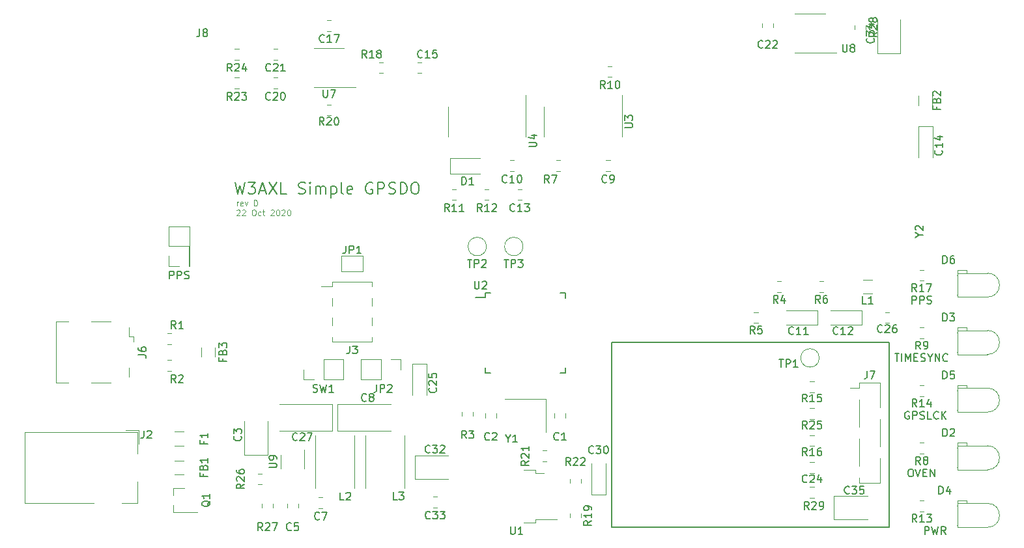
<source format=gbr>
%TF.GenerationSoftware,KiCad,Pcbnew,(5.1.9)-1*%
%TF.CreationDate,2021-10-23T13:08:28-05:00*%
%TF.ProjectId,simple-gpsdo,73696d70-6c65-42d6-9770-73646f2e6b69,C*%
%TF.SameCoordinates,Original*%
%TF.FileFunction,Legend,Top*%
%TF.FilePolarity,Positive*%
%FSLAX46Y46*%
G04 Gerber Fmt 4.6, Leading zero omitted, Abs format (unit mm)*
G04 Created by KiCad (PCBNEW (5.1.9)-1) date 2021-10-23 13:08:28*
%MOMM*%
%LPD*%
G01*
G04 APERTURE LIST*
%ADD10C,0.150000*%
%ADD11C,0.125000*%
%ADD12C,0.200000*%
%ADD13C,0.120000*%
G04 APERTURE END LIST*
D10*
X185261904Y-116202380D02*
X185261904Y-115202380D01*
X185642857Y-115202380D01*
X185738095Y-115250000D01*
X185785714Y-115297619D01*
X185833333Y-115392857D01*
X185833333Y-115535714D01*
X185785714Y-115630952D01*
X185738095Y-115678571D01*
X185642857Y-115726190D01*
X185261904Y-115726190D01*
X186261904Y-116202380D02*
X186261904Y-115202380D01*
X186642857Y-115202380D01*
X186738095Y-115250000D01*
X186785714Y-115297619D01*
X186833333Y-115392857D01*
X186833333Y-115535714D01*
X186785714Y-115630952D01*
X186738095Y-115678571D01*
X186642857Y-115726190D01*
X186261904Y-115726190D01*
X187214285Y-116154761D02*
X187357142Y-116202380D01*
X187595238Y-116202380D01*
X187690476Y-116154761D01*
X187738095Y-116107142D01*
X187785714Y-116011904D01*
X187785714Y-115916666D01*
X187738095Y-115821428D01*
X187690476Y-115773809D01*
X187595238Y-115726190D01*
X187404761Y-115678571D01*
X187309523Y-115630952D01*
X187261904Y-115583333D01*
X187214285Y-115488095D01*
X187214285Y-115392857D01*
X187261904Y-115297619D01*
X187309523Y-115250000D01*
X187404761Y-115202380D01*
X187642857Y-115202380D01*
X187785714Y-115250000D01*
D11*
X97509821Y-103464285D02*
X97509821Y-102964285D01*
X97509821Y-103107142D02*
X97545535Y-103035714D01*
X97581250Y-103000000D01*
X97652678Y-102964285D01*
X97724107Y-102964285D01*
X98259821Y-103428571D02*
X98188392Y-103464285D01*
X98045535Y-103464285D01*
X97974107Y-103428571D01*
X97938392Y-103357142D01*
X97938392Y-103071428D01*
X97974107Y-103000000D01*
X98045535Y-102964285D01*
X98188392Y-102964285D01*
X98259821Y-103000000D01*
X98295535Y-103071428D01*
X98295535Y-103142857D01*
X97938392Y-103214285D01*
X98545535Y-102964285D02*
X98724107Y-103464285D01*
X98902678Y-102964285D01*
X99759821Y-103464285D02*
X99759821Y-102714285D01*
X99938392Y-102714285D01*
X100045535Y-102750000D01*
X100116964Y-102821428D01*
X100152678Y-102892857D01*
X100188392Y-103035714D01*
X100188392Y-103142857D01*
X100152678Y-103285714D01*
X100116964Y-103357142D01*
X100045535Y-103428571D01*
X99938392Y-103464285D01*
X99759821Y-103464285D01*
X97474107Y-104035714D02*
X97509821Y-104000000D01*
X97581250Y-103964285D01*
X97759821Y-103964285D01*
X97831250Y-104000000D01*
X97866964Y-104035714D01*
X97902678Y-104107142D01*
X97902678Y-104178571D01*
X97866964Y-104285714D01*
X97438392Y-104714285D01*
X97902678Y-104714285D01*
X98188392Y-104035714D02*
X98224107Y-104000000D01*
X98295535Y-103964285D01*
X98474107Y-103964285D01*
X98545535Y-104000000D01*
X98581250Y-104035714D01*
X98616964Y-104107142D01*
X98616964Y-104178571D01*
X98581250Y-104285714D01*
X98152678Y-104714285D01*
X98616964Y-104714285D01*
X99652678Y-103964285D02*
X99795535Y-103964285D01*
X99866964Y-104000000D01*
X99938392Y-104071428D01*
X99974107Y-104214285D01*
X99974107Y-104464285D01*
X99938392Y-104607142D01*
X99866964Y-104678571D01*
X99795535Y-104714285D01*
X99652678Y-104714285D01*
X99581250Y-104678571D01*
X99509821Y-104607142D01*
X99474107Y-104464285D01*
X99474107Y-104214285D01*
X99509821Y-104071428D01*
X99581250Y-104000000D01*
X99652678Y-103964285D01*
X100616964Y-104678571D02*
X100545535Y-104714285D01*
X100402678Y-104714285D01*
X100331250Y-104678571D01*
X100295535Y-104642857D01*
X100259821Y-104571428D01*
X100259821Y-104357142D01*
X100295535Y-104285714D01*
X100331250Y-104250000D01*
X100402678Y-104214285D01*
X100545535Y-104214285D01*
X100616964Y-104250000D01*
X100831250Y-104214285D02*
X101116964Y-104214285D01*
X100938392Y-103964285D02*
X100938392Y-104607142D01*
X100974107Y-104678571D01*
X101045535Y-104714285D01*
X101116964Y-104714285D01*
X101902678Y-104035714D02*
X101938392Y-104000000D01*
X102009821Y-103964285D01*
X102188392Y-103964285D01*
X102259821Y-104000000D01*
X102295535Y-104035714D01*
X102331250Y-104107142D01*
X102331250Y-104178571D01*
X102295535Y-104285714D01*
X101866964Y-104714285D01*
X102331250Y-104714285D01*
X102795535Y-103964285D02*
X102866964Y-103964285D01*
X102938392Y-104000000D01*
X102974107Y-104035714D01*
X103009821Y-104107142D01*
X103045535Y-104250000D01*
X103045535Y-104428571D01*
X103009821Y-104571428D01*
X102974107Y-104642857D01*
X102938392Y-104678571D01*
X102866964Y-104714285D01*
X102795535Y-104714285D01*
X102724107Y-104678571D01*
X102688392Y-104642857D01*
X102652678Y-104571428D01*
X102616964Y-104428571D01*
X102616964Y-104250000D01*
X102652678Y-104107142D01*
X102688392Y-104035714D01*
X102724107Y-104000000D01*
X102795535Y-103964285D01*
X103331250Y-104035714D02*
X103366964Y-104000000D01*
X103438392Y-103964285D01*
X103616964Y-103964285D01*
X103688392Y-104000000D01*
X103724107Y-104035714D01*
X103759821Y-104107142D01*
X103759821Y-104178571D01*
X103724107Y-104285714D01*
X103295535Y-104714285D01*
X103759821Y-104714285D01*
X104224107Y-103964285D02*
X104295535Y-103964285D01*
X104366964Y-104000000D01*
X104402678Y-104035714D01*
X104438392Y-104107142D01*
X104474107Y-104250000D01*
X104474107Y-104428571D01*
X104438392Y-104571428D01*
X104402678Y-104642857D01*
X104366964Y-104678571D01*
X104295535Y-104714285D01*
X104224107Y-104714285D01*
X104152678Y-104678571D01*
X104116964Y-104642857D01*
X104081250Y-104571428D01*
X104045535Y-104428571D01*
X104045535Y-104250000D01*
X104081250Y-104107142D01*
X104116964Y-104035714D01*
X104152678Y-104000000D01*
X104224107Y-103964285D01*
D12*
X97250000Y-100428571D02*
X97607142Y-101928571D01*
X97892857Y-100857142D01*
X98178571Y-101928571D01*
X98535714Y-100428571D01*
X98964285Y-100428571D02*
X99892857Y-100428571D01*
X99392857Y-101000000D01*
X99607142Y-101000000D01*
X99750000Y-101071428D01*
X99821428Y-101142857D01*
X99892857Y-101285714D01*
X99892857Y-101642857D01*
X99821428Y-101785714D01*
X99750000Y-101857142D01*
X99607142Y-101928571D01*
X99178571Y-101928571D01*
X99035714Y-101857142D01*
X98964285Y-101785714D01*
X100464285Y-101500000D02*
X101178571Y-101500000D01*
X100321428Y-101928571D02*
X100821428Y-100428571D01*
X101321428Y-101928571D01*
X101678571Y-100428571D02*
X102678571Y-101928571D01*
X102678571Y-100428571D02*
X101678571Y-101928571D01*
X103964285Y-101928571D02*
X103250000Y-101928571D01*
X103250000Y-100428571D01*
X105535714Y-101857142D02*
X105750000Y-101928571D01*
X106107142Y-101928571D01*
X106250000Y-101857142D01*
X106321428Y-101785714D01*
X106392857Y-101642857D01*
X106392857Y-101500000D01*
X106321428Y-101357142D01*
X106250000Y-101285714D01*
X106107142Y-101214285D01*
X105821428Y-101142857D01*
X105678571Y-101071428D01*
X105607142Y-101000000D01*
X105535714Y-100857142D01*
X105535714Y-100714285D01*
X105607142Y-100571428D01*
X105678571Y-100500000D01*
X105821428Y-100428571D01*
X106178571Y-100428571D01*
X106392857Y-100500000D01*
X107035714Y-101928571D02*
X107035714Y-100928571D01*
X107035714Y-100428571D02*
X106964285Y-100500000D01*
X107035714Y-100571428D01*
X107107142Y-100500000D01*
X107035714Y-100428571D01*
X107035714Y-100571428D01*
X107750000Y-101928571D02*
X107750000Y-100928571D01*
X107750000Y-101071428D02*
X107821428Y-101000000D01*
X107964285Y-100928571D01*
X108178571Y-100928571D01*
X108321428Y-101000000D01*
X108392857Y-101142857D01*
X108392857Y-101928571D01*
X108392857Y-101142857D02*
X108464285Y-101000000D01*
X108607142Y-100928571D01*
X108821428Y-100928571D01*
X108964285Y-101000000D01*
X109035714Y-101142857D01*
X109035714Y-101928571D01*
X109750000Y-100928571D02*
X109750000Y-102428571D01*
X109750000Y-101000000D02*
X109892857Y-100928571D01*
X110178571Y-100928571D01*
X110321428Y-101000000D01*
X110392857Y-101071428D01*
X110464285Y-101214285D01*
X110464285Y-101642857D01*
X110392857Y-101785714D01*
X110321428Y-101857142D01*
X110178571Y-101928571D01*
X109892857Y-101928571D01*
X109750000Y-101857142D01*
X111321428Y-101928571D02*
X111178571Y-101857142D01*
X111107142Y-101714285D01*
X111107142Y-100428571D01*
X112464285Y-101857142D02*
X112321428Y-101928571D01*
X112035714Y-101928571D01*
X111892857Y-101857142D01*
X111821428Y-101714285D01*
X111821428Y-101142857D01*
X111892857Y-101000000D01*
X112035714Y-100928571D01*
X112321428Y-100928571D01*
X112464285Y-101000000D01*
X112535714Y-101142857D01*
X112535714Y-101285714D01*
X111821428Y-101428571D01*
X115107142Y-100500000D02*
X114964285Y-100428571D01*
X114750000Y-100428571D01*
X114535714Y-100500000D01*
X114392857Y-100642857D01*
X114321428Y-100785714D01*
X114250000Y-101071428D01*
X114250000Y-101285714D01*
X114321428Y-101571428D01*
X114392857Y-101714285D01*
X114535714Y-101857142D01*
X114750000Y-101928571D01*
X114892857Y-101928571D01*
X115107142Y-101857142D01*
X115178571Y-101785714D01*
X115178571Y-101285714D01*
X114892857Y-101285714D01*
X115821428Y-101928571D02*
X115821428Y-100428571D01*
X116392857Y-100428571D01*
X116535714Y-100500000D01*
X116607142Y-100571428D01*
X116678571Y-100714285D01*
X116678571Y-100928571D01*
X116607142Y-101071428D01*
X116535714Y-101142857D01*
X116392857Y-101214285D01*
X115821428Y-101214285D01*
X117250000Y-101857142D02*
X117464285Y-101928571D01*
X117821428Y-101928571D01*
X117964285Y-101857142D01*
X118035714Y-101785714D01*
X118107142Y-101642857D01*
X118107142Y-101500000D01*
X118035714Y-101357142D01*
X117964285Y-101285714D01*
X117821428Y-101214285D01*
X117535714Y-101142857D01*
X117392857Y-101071428D01*
X117321428Y-101000000D01*
X117250000Y-100857142D01*
X117250000Y-100714285D01*
X117321428Y-100571428D01*
X117392857Y-100500000D01*
X117535714Y-100428571D01*
X117892857Y-100428571D01*
X118107142Y-100500000D01*
X118750000Y-101928571D02*
X118750000Y-100428571D01*
X119107142Y-100428571D01*
X119321428Y-100500000D01*
X119464285Y-100642857D01*
X119535714Y-100785714D01*
X119607142Y-101071428D01*
X119607142Y-101285714D01*
X119535714Y-101571428D01*
X119464285Y-101714285D01*
X119321428Y-101857142D01*
X119107142Y-101928571D01*
X118750000Y-101928571D01*
X120535714Y-100428571D02*
X120821428Y-100428571D01*
X120964285Y-100500000D01*
X121107142Y-100642857D01*
X121178571Y-100928571D01*
X121178571Y-101428571D01*
X121107142Y-101714285D01*
X120964285Y-101857142D01*
X120821428Y-101928571D01*
X120535714Y-101928571D01*
X120392857Y-101857142D01*
X120250000Y-101714285D01*
X120178571Y-101428571D01*
X120178571Y-100928571D01*
X120250000Y-100642857D01*
X120392857Y-100500000D01*
X120535714Y-100428571D01*
D10*
X182250000Y-145250000D02*
X182250000Y-121250000D01*
X146250000Y-145250000D02*
X182250000Y-145250000D01*
X146250000Y-121250000D02*
X146250000Y-145250000D01*
X182250000Y-121250000D02*
X146250000Y-121250000D01*
X88761904Y-112952380D02*
X88761904Y-111952380D01*
X89142857Y-111952380D01*
X89238095Y-112000000D01*
X89285714Y-112047619D01*
X89333333Y-112142857D01*
X89333333Y-112285714D01*
X89285714Y-112380952D01*
X89238095Y-112428571D01*
X89142857Y-112476190D01*
X88761904Y-112476190D01*
X89761904Y-112952380D02*
X89761904Y-111952380D01*
X90142857Y-111952380D01*
X90238095Y-112000000D01*
X90285714Y-112047619D01*
X90333333Y-112142857D01*
X90333333Y-112285714D01*
X90285714Y-112380952D01*
X90238095Y-112428571D01*
X90142857Y-112476190D01*
X89761904Y-112476190D01*
X90714285Y-112904761D02*
X90857142Y-112952380D01*
X91095238Y-112952380D01*
X91190476Y-112904761D01*
X91238095Y-112857142D01*
X91285714Y-112761904D01*
X91285714Y-112666666D01*
X91238095Y-112571428D01*
X91190476Y-112523809D01*
X91095238Y-112476190D01*
X90904761Y-112428571D01*
X90809523Y-112380952D01*
X90761904Y-112333333D01*
X90714285Y-112238095D01*
X90714285Y-112142857D01*
X90761904Y-112047619D01*
X90809523Y-112000000D01*
X90904761Y-111952380D01*
X91142857Y-111952380D01*
X91285714Y-112000000D01*
X183023809Y-122702380D02*
X183595238Y-122702380D01*
X183309523Y-123702380D02*
X183309523Y-122702380D01*
X183928571Y-123702380D02*
X183928571Y-122702380D01*
X184404761Y-123702380D02*
X184404761Y-122702380D01*
X184738095Y-123416666D01*
X185071428Y-122702380D01*
X185071428Y-123702380D01*
X185547619Y-123178571D02*
X185880952Y-123178571D01*
X186023809Y-123702380D02*
X185547619Y-123702380D01*
X185547619Y-122702380D01*
X186023809Y-122702380D01*
X186404761Y-123654761D02*
X186547619Y-123702380D01*
X186785714Y-123702380D01*
X186880952Y-123654761D01*
X186928571Y-123607142D01*
X186976190Y-123511904D01*
X186976190Y-123416666D01*
X186928571Y-123321428D01*
X186880952Y-123273809D01*
X186785714Y-123226190D01*
X186595238Y-123178571D01*
X186500000Y-123130952D01*
X186452380Y-123083333D01*
X186404761Y-122988095D01*
X186404761Y-122892857D01*
X186452380Y-122797619D01*
X186500000Y-122750000D01*
X186595238Y-122702380D01*
X186833333Y-122702380D01*
X186976190Y-122750000D01*
X187595238Y-123226190D02*
X187595238Y-123702380D01*
X187261904Y-122702380D02*
X187595238Y-123226190D01*
X187928571Y-122702380D01*
X188261904Y-123702380D02*
X188261904Y-122702380D01*
X188833333Y-123702380D01*
X188833333Y-122702380D01*
X189880952Y-123607142D02*
X189833333Y-123654761D01*
X189690476Y-123702380D01*
X189595238Y-123702380D01*
X189452380Y-123654761D01*
X189357142Y-123559523D01*
X189309523Y-123464285D01*
X189261904Y-123273809D01*
X189261904Y-123130952D01*
X189309523Y-122940476D01*
X189357142Y-122845238D01*
X189452380Y-122750000D01*
X189595238Y-122702380D01*
X189690476Y-122702380D01*
X189833333Y-122750000D01*
X189880952Y-122797619D01*
X184880952Y-130250000D02*
X184785714Y-130202380D01*
X184642857Y-130202380D01*
X184500000Y-130250000D01*
X184404761Y-130345238D01*
X184357142Y-130440476D01*
X184309523Y-130630952D01*
X184309523Y-130773809D01*
X184357142Y-130964285D01*
X184404761Y-131059523D01*
X184500000Y-131154761D01*
X184642857Y-131202380D01*
X184738095Y-131202380D01*
X184880952Y-131154761D01*
X184928571Y-131107142D01*
X184928571Y-130773809D01*
X184738095Y-130773809D01*
X185357142Y-131202380D02*
X185357142Y-130202380D01*
X185738095Y-130202380D01*
X185833333Y-130250000D01*
X185880952Y-130297619D01*
X185928571Y-130392857D01*
X185928571Y-130535714D01*
X185880952Y-130630952D01*
X185833333Y-130678571D01*
X185738095Y-130726190D01*
X185357142Y-130726190D01*
X186309523Y-131154761D02*
X186452380Y-131202380D01*
X186690476Y-131202380D01*
X186785714Y-131154761D01*
X186833333Y-131107142D01*
X186880952Y-131011904D01*
X186880952Y-130916666D01*
X186833333Y-130821428D01*
X186785714Y-130773809D01*
X186690476Y-130726190D01*
X186500000Y-130678571D01*
X186404761Y-130630952D01*
X186357142Y-130583333D01*
X186309523Y-130488095D01*
X186309523Y-130392857D01*
X186357142Y-130297619D01*
X186404761Y-130250000D01*
X186500000Y-130202380D01*
X186738095Y-130202380D01*
X186880952Y-130250000D01*
X187785714Y-131202380D02*
X187309523Y-131202380D01*
X187309523Y-130202380D01*
X188690476Y-131107142D02*
X188642857Y-131154761D01*
X188500000Y-131202380D01*
X188404761Y-131202380D01*
X188261904Y-131154761D01*
X188166666Y-131059523D01*
X188119047Y-130964285D01*
X188071428Y-130773809D01*
X188071428Y-130630952D01*
X188119047Y-130440476D01*
X188166666Y-130345238D01*
X188261904Y-130250000D01*
X188404761Y-130202380D01*
X188500000Y-130202380D01*
X188642857Y-130250000D01*
X188690476Y-130297619D01*
X189119047Y-131202380D02*
X189119047Y-130202380D01*
X189690476Y-131202380D02*
X189261904Y-130630952D01*
X189690476Y-130202380D02*
X189119047Y-130773809D01*
X185000000Y-137702380D02*
X185190476Y-137702380D01*
X185285714Y-137750000D01*
X185380952Y-137845238D01*
X185428571Y-138035714D01*
X185428571Y-138369047D01*
X185380952Y-138559523D01*
X185285714Y-138654761D01*
X185190476Y-138702380D01*
X185000000Y-138702380D01*
X184904761Y-138654761D01*
X184809523Y-138559523D01*
X184761904Y-138369047D01*
X184761904Y-138035714D01*
X184809523Y-137845238D01*
X184904761Y-137750000D01*
X185000000Y-137702380D01*
X185714285Y-137702380D02*
X186047619Y-138702380D01*
X186380952Y-137702380D01*
X186714285Y-138178571D02*
X187047619Y-138178571D01*
X187190476Y-138702380D02*
X186714285Y-138702380D01*
X186714285Y-137702380D01*
X187190476Y-137702380D01*
X187619047Y-138702380D02*
X187619047Y-137702380D01*
X188190476Y-138702380D01*
X188190476Y-137702380D01*
X186916666Y-146202380D02*
X186916666Y-145202380D01*
X187297619Y-145202380D01*
X187392857Y-145250000D01*
X187440476Y-145297619D01*
X187488095Y-145392857D01*
X187488095Y-145535714D01*
X187440476Y-145630952D01*
X187392857Y-145678571D01*
X187297619Y-145726190D01*
X186916666Y-145726190D01*
X187821428Y-145202380D02*
X188059523Y-146202380D01*
X188250000Y-145488095D01*
X188440476Y-146202380D01*
X188678571Y-145202380D01*
X189630952Y-146202380D02*
X189297619Y-145726190D01*
X189059523Y-146202380D02*
X189059523Y-145202380D01*
X189440476Y-145202380D01*
X189535714Y-145250000D01*
X189583333Y-145297619D01*
X189630952Y-145392857D01*
X189630952Y-145535714D01*
X189583333Y-145630952D01*
X189535714Y-145678571D01*
X189440476Y-145726190D01*
X189059523Y-145726190D01*
D13*
%TO.C,U3*%
X137440000Y-92500000D02*
X137440000Y-94450000D01*
X137440000Y-92500000D02*
X137440000Y-90550000D01*
X147560000Y-92500000D02*
X147560000Y-94450000D01*
X147560000Y-92500000D02*
X147560000Y-89050000D01*
%TO.C,C1*%
X138790000Y-131011252D02*
X138790000Y-130488748D01*
X140210000Y-131011252D02*
X140210000Y-130488748D01*
%TO.C,C2*%
X129790000Y-130488748D02*
X129790000Y-131011252D01*
X131210000Y-130488748D02*
X131210000Y-131011252D01*
%TO.C,C9*%
X145488748Y-98960000D02*
X146011252Y-98960000D01*
X145488748Y-97540000D02*
X146011252Y-97540000D01*
%TO.C,C10*%
X132988748Y-97540000D02*
X133511252Y-97540000D01*
X132988748Y-98960000D02*
X133511252Y-98960000D01*
%TO.C,C13*%
X134511252Y-102710000D02*
X133988748Y-102710000D01*
X134511252Y-101290000D02*
X133988748Y-101290000D01*
%TO.C,C15*%
X120988748Y-84790000D02*
X121511252Y-84790000D01*
X120988748Y-86210000D02*
X121511252Y-86210000D01*
%TO.C,C17*%
X109761252Y-79290000D02*
X109238748Y-79290000D01*
X109761252Y-80710000D02*
X109238748Y-80710000D01*
%TO.C,C20*%
X102238748Y-86790000D02*
X102761252Y-86790000D01*
X102238748Y-88210000D02*
X102761252Y-88210000D01*
%TO.C,C21*%
X102238748Y-84460000D02*
X102761252Y-84460000D01*
X102238748Y-83040000D02*
X102761252Y-83040000D01*
%TO.C,D1*%
X125250000Y-97250000D02*
X129150000Y-97250000D01*
X125250000Y-99250000D02*
X129150000Y-99250000D01*
X125250000Y-97250000D02*
X125250000Y-99250000D01*
%TO.C,F1*%
X90602064Y-132840000D02*
X89397936Y-132840000D01*
X90602064Y-134660000D02*
X89397936Y-134660000D01*
%TO.C,J2*%
X84790000Y-132660000D02*
X84790000Y-134400000D01*
X83050000Y-132660000D02*
X84790000Y-132660000D01*
X84550000Y-142100000D02*
X82550000Y-142100000D01*
X84550000Y-139300000D02*
X84550000Y-142100000D01*
X84550000Y-132900000D02*
X84550000Y-135700000D01*
X69950000Y-132900000D02*
X84550000Y-132900000D01*
X69950000Y-142100000D02*
X69950000Y-132900000D01*
X78950000Y-142100000D02*
X69950000Y-142100000D01*
%TO.C,J3*%
X115100000Y-118010000D02*
X115100000Y-119030000D01*
X109900000Y-118010000D02*
X109900000Y-119030000D01*
X115100000Y-115470000D02*
X115100000Y-116490000D01*
X109900000Y-115470000D02*
X109900000Y-116490000D01*
X115100000Y-120550000D02*
X115100000Y-121120000D01*
X109900000Y-120550000D02*
X109900000Y-121120000D01*
X115100000Y-113380000D02*
X115100000Y-113950000D01*
X109900000Y-113380000D02*
X109900000Y-113950000D01*
X108460000Y-113950000D02*
X109900000Y-113950000D01*
X109900000Y-121120000D02*
X115100000Y-121120000D01*
X109900000Y-113380000D02*
X115100000Y-113380000D01*
%TO.C,JP1*%
X111100000Y-110000000D02*
X113900000Y-110000000D01*
X113900000Y-110000000D02*
X113900000Y-112000000D01*
X113900000Y-112000000D02*
X111100000Y-112000000D01*
X111100000Y-112000000D02*
X111100000Y-110000000D01*
%TO.C,R1*%
X89011252Y-121460000D02*
X88488748Y-121460000D01*
X89011252Y-120040000D02*
X88488748Y-120040000D01*
%TO.C,R2*%
X88488748Y-124960000D02*
X89011252Y-124960000D01*
X88488748Y-123540000D02*
X89011252Y-123540000D01*
%TO.C,R3*%
X126790000Y-130761252D02*
X126790000Y-130238748D01*
X128210000Y-130761252D02*
X128210000Y-130238748D01*
%TO.C,R8*%
X186786252Y-135710000D02*
X186263748Y-135710000D01*
X186786252Y-134290000D02*
X186263748Y-134290000D01*
%TO.C,R9*%
X186786252Y-120710000D02*
X186263748Y-120710000D01*
X186786252Y-119290000D02*
X186263748Y-119290000D01*
%TO.C,R11*%
X125488748Y-102710000D02*
X126011252Y-102710000D01*
X125488748Y-101290000D02*
X126011252Y-101290000D01*
%TO.C,R12*%
X129738748Y-101290000D02*
X130261252Y-101290000D01*
X129738748Y-102710000D02*
X130261252Y-102710000D01*
%TO.C,R13*%
X186786252Y-143210000D02*
X186263748Y-143210000D01*
X186786252Y-141790000D02*
X186263748Y-141790000D01*
%TO.C,R14*%
X186786252Y-126790000D02*
X186263748Y-126790000D01*
X186786252Y-128210000D02*
X186263748Y-128210000D01*
%TO.C,R18*%
X115988748Y-84790000D02*
X116511252Y-84790000D01*
X115988748Y-86210000D02*
X116511252Y-86210000D01*
%TO.C,R20*%
X109213748Y-91710000D02*
X109736252Y-91710000D01*
X109213748Y-90290000D02*
X109736252Y-90290000D01*
%TO.C,R23*%
X97238748Y-88210000D02*
X97761252Y-88210000D01*
X97238748Y-86790000D02*
X97761252Y-86790000D01*
%TO.C,R24*%
X97238748Y-83040000D02*
X97761252Y-83040000D01*
X97238748Y-84460000D02*
X97761252Y-84460000D01*
D10*
%TO.C,U2*%
X129825000Y-115400000D02*
X128550000Y-115400000D01*
X140175000Y-114825000D02*
X139500000Y-114825000D01*
X140175000Y-125175000D02*
X139500000Y-125175000D01*
X129825000Y-125175000D02*
X130500000Y-125175000D01*
X129825000Y-114825000D02*
X130500000Y-114825000D01*
X129825000Y-125175000D02*
X129825000Y-124500000D01*
X140175000Y-125175000D02*
X140175000Y-124500000D01*
X140175000Y-114825000D02*
X140175000Y-115500000D01*
X129825000Y-114825000D02*
X129825000Y-115400000D01*
D13*
%TO.C,U4*%
X135060000Y-92500000D02*
X135060000Y-89050000D01*
X135060000Y-92500000D02*
X135060000Y-94450000D01*
X124940000Y-92500000D02*
X124940000Y-90550000D01*
X124940000Y-92500000D02*
X124940000Y-94450000D01*
%TO.C,U7*%
X109500000Y-82940000D02*
X107550000Y-82940000D01*
X109500000Y-82940000D02*
X111450000Y-82940000D01*
X109500000Y-88060000D02*
X107550000Y-88060000D01*
X109500000Y-88060000D02*
X112950000Y-88060000D01*
%TO.C,C5*%
X105460000Y-142761252D02*
X105460000Y-142238748D01*
X104040000Y-142761252D02*
X104040000Y-142238748D01*
%TO.C,C7*%
X108138748Y-142810000D02*
X108661252Y-142810000D01*
X108138748Y-141390000D02*
X108661252Y-141390000D01*
%TO.C,C22*%
X165790000Y-79738748D02*
X165790000Y-80261252D01*
X167210000Y-79738748D02*
X167210000Y-80261252D01*
%TO.C,C24*%
X171988748Y-138210000D02*
X172511252Y-138210000D01*
X171988748Y-136790000D02*
X172511252Y-136790000D01*
%TO.C,C26*%
X182286252Y-118710000D02*
X181763748Y-118710000D01*
X182286252Y-117290000D02*
X181763748Y-117290000D01*
%TO.C,FB1*%
X89397936Y-136590000D02*
X90602064Y-136590000D01*
X89397936Y-138410000D02*
X90602064Y-138410000D01*
%TO.C,FB2*%
X187910000Y-90364564D02*
X187910000Y-89160436D01*
X186090000Y-90364564D02*
X186090000Y-89160436D01*
%TO.C,J7*%
X178420000Y-126490000D02*
X181080000Y-126490000D01*
X181080000Y-126490000D02*
X181080000Y-129700000D01*
X181080000Y-131220000D02*
X181080000Y-134780000D01*
X181080000Y-136300000D02*
X181080000Y-139510000D01*
X178420000Y-139510000D02*
X181080000Y-139510000D01*
X178420000Y-126490000D02*
X178420000Y-127160000D01*
X178420000Y-128680000D02*
X178420000Y-132240000D01*
X178420000Y-133760000D02*
X178420000Y-137320000D01*
X178420000Y-138840000D02*
X178420000Y-139510000D01*
X177210000Y-127160000D02*
X178420000Y-127160000D01*
%TO.C,JP2*%
X113630000Y-123420000D02*
X113630000Y-126080000D01*
X116230000Y-123420000D02*
X113630000Y-123420000D01*
X116230000Y-126080000D02*
X113630000Y-126080000D01*
X116230000Y-123420000D02*
X116230000Y-126080000D01*
X117500000Y-123420000D02*
X118830000Y-123420000D01*
X118830000Y-123420000D02*
X118830000Y-124750000D01*
%TO.C,L1*%
X178910436Y-113090000D02*
X180114564Y-113090000D01*
X178910436Y-114910000D02*
X180114564Y-114910000D01*
%TO.C,R4*%
X168261252Y-114710000D02*
X167738748Y-114710000D01*
X168261252Y-113290000D02*
X167738748Y-113290000D01*
%TO.C,R5*%
X165236252Y-117290000D02*
X164713748Y-117290000D01*
X165236252Y-118710000D02*
X164713748Y-118710000D01*
%TO.C,R6*%
X173761252Y-114710000D02*
X173238748Y-114710000D01*
X173761252Y-113290000D02*
X173238748Y-113290000D01*
%TO.C,R7*%
X139511252Y-97540000D02*
X138988748Y-97540000D01*
X139511252Y-98960000D02*
X138988748Y-98960000D01*
%TO.C,R10*%
X145738748Y-85290000D02*
X146261252Y-85290000D01*
X145738748Y-86710000D02*
X146261252Y-86710000D01*
%TO.C,R15*%
X171988748Y-127710000D02*
X172511252Y-127710000D01*
X171988748Y-126290000D02*
X172511252Y-126290000D01*
%TO.C,R16*%
X171988748Y-134710000D02*
X172511252Y-134710000D01*
X171988748Y-133290000D02*
X172511252Y-133290000D01*
%TO.C,R25*%
X171988748Y-129790000D02*
X172511252Y-129790000D01*
X171988748Y-131210000D02*
X172511252Y-131210000D01*
%TO.C,TP1*%
X173200000Y-123250000D02*
G75*
G03*
X173200000Y-123250000I-1200000J0D01*
G01*
%TO.C,TP2*%
X129950000Y-108750000D02*
G75*
G03*
X129950000Y-108750000I-1200000J0D01*
G01*
%TO.C,TP3*%
X134700000Y-108750000D02*
G75*
G03*
X134700000Y-108750000I-1200000J0D01*
G01*
%TO.C,U8*%
X172000000Y-78440000D02*
X170050000Y-78440000D01*
X172000000Y-78440000D02*
X173950000Y-78440000D01*
X172000000Y-83560000D02*
X170050000Y-83560000D01*
X172000000Y-83560000D02*
X175450000Y-83560000D01*
%TO.C,Y1*%
X137700000Y-132900000D02*
X137700000Y-128600000D01*
X137700000Y-128600000D02*
X132300000Y-128600000D01*
%TO.C,R26*%
X100761252Y-139710000D02*
X100238748Y-139710000D01*
X100761252Y-138290000D02*
X100238748Y-138290000D01*
%TO.C,R27*%
X100790000Y-142238748D02*
X100790000Y-142761252D01*
X102210000Y-142238748D02*
X102210000Y-142761252D01*
%TO.C,U9*%
X103190000Y-135870000D02*
X103190000Y-137630000D01*
X106260000Y-137630000D02*
X106260000Y-135200000D01*
%TO.C,L2*%
X107700000Y-140200000D02*
X107700000Y-133300000D01*
X112800000Y-140200000D02*
X112800000Y-133300000D01*
%TO.C,C33*%
X123511252Y-142710000D02*
X122988748Y-142710000D01*
X123511252Y-141290000D02*
X122988748Y-141290000D01*
%TO.C,L3*%
X114200000Y-140200000D02*
X114200000Y-133300000D01*
X119300000Y-140200000D02*
X119300000Y-133300000D01*
%TO.C,Q1*%
X89240000Y-140170000D02*
X90700000Y-140170000D01*
X89240000Y-143330000D02*
X92400000Y-143330000D01*
X89240000Y-143330000D02*
X89240000Y-142400000D01*
X89240000Y-140170000D02*
X89240000Y-141100000D01*
%TO.C,J1*%
X88670000Y-111330000D02*
X88670000Y-110000000D01*
X90000000Y-111330000D02*
X88670000Y-111330000D01*
X88670000Y-108730000D02*
X88670000Y-106130000D01*
X91270000Y-108730000D02*
X88670000Y-108730000D01*
X91270000Y-111330000D02*
X91270000Y-108730000D01*
X88670000Y-106130000D02*
X91330000Y-106130000D01*
X91270000Y-111330000D02*
X91330000Y-111330000D01*
X91330000Y-111330000D02*
X91330000Y-106130000D01*
%TO.C,R28*%
X179210000Y-80511252D02*
X179210000Y-79988748D01*
X177790000Y-80511252D02*
X177790000Y-79988748D01*
%TO.C,R29*%
X171988748Y-140040000D02*
X172511252Y-140040000D01*
X171988748Y-141460000D02*
X172511252Y-141460000D01*
%TO.C,D2*%
X191080000Y-134960000D02*
X191080000Y-134960000D01*
X191210000Y-134960000D02*
X191080000Y-134960000D01*
X191210000Y-134960000D02*
X191210000Y-134960000D01*
X191080000Y-134960000D02*
X191210000Y-134960000D01*
X191080000Y-137500000D02*
X191080000Y-137500000D01*
X191210000Y-137500000D02*
X191080000Y-137500000D01*
X191210000Y-137500000D02*
X191210000Y-137500000D01*
X191080000Y-137500000D02*
X191210000Y-137500000D01*
X191210000Y-134670000D02*
X191210000Y-134270000D01*
X192330000Y-134670000D02*
X191210000Y-134670000D01*
X192330000Y-134270000D02*
X192330000Y-134670000D01*
X191210000Y-134270000D02*
X192330000Y-134270000D01*
X191210000Y-137790000D02*
X191210000Y-134670000D01*
X191210000Y-134670000D02*
X195070000Y-134670000D01*
X191210000Y-137790000D02*
X195070000Y-137790000D01*
X195070000Y-134670000D02*
G75*
G02*
X195070000Y-137790000I0J-1560000D01*
G01*
%TO.C,D3*%
X191210000Y-122790000D02*
X195070000Y-122790000D01*
X191210000Y-119670000D02*
X195070000Y-119670000D01*
X191210000Y-122790000D02*
X191210000Y-119670000D01*
X191210000Y-119270000D02*
X192330000Y-119270000D01*
X192330000Y-119270000D02*
X192330000Y-119670000D01*
X192330000Y-119670000D02*
X191210000Y-119670000D01*
X191210000Y-119670000D02*
X191210000Y-119270000D01*
X191080000Y-122500000D02*
X191210000Y-122500000D01*
X191210000Y-122500000D02*
X191210000Y-122500000D01*
X191210000Y-122500000D02*
X191080000Y-122500000D01*
X191080000Y-122500000D02*
X191080000Y-122500000D01*
X191080000Y-119960000D02*
X191210000Y-119960000D01*
X191210000Y-119960000D02*
X191210000Y-119960000D01*
X191210000Y-119960000D02*
X191080000Y-119960000D01*
X191080000Y-119960000D02*
X191080000Y-119960000D01*
X195070000Y-119670000D02*
G75*
G02*
X195070000Y-122790000I0J-1560000D01*
G01*
%TO.C,D4*%
X191080000Y-142460000D02*
X191080000Y-142460000D01*
X191210000Y-142460000D02*
X191080000Y-142460000D01*
X191210000Y-142460000D02*
X191210000Y-142460000D01*
X191080000Y-142460000D02*
X191210000Y-142460000D01*
X191080000Y-145000000D02*
X191080000Y-145000000D01*
X191210000Y-145000000D02*
X191080000Y-145000000D01*
X191210000Y-145000000D02*
X191210000Y-145000000D01*
X191080000Y-145000000D02*
X191210000Y-145000000D01*
X191210000Y-142170000D02*
X191210000Y-141770000D01*
X192330000Y-142170000D02*
X191210000Y-142170000D01*
X192330000Y-141770000D02*
X192330000Y-142170000D01*
X191210000Y-141770000D02*
X192330000Y-141770000D01*
X191210000Y-145290000D02*
X191210000Y-142170000D01*
X191210000Y-142170000D02*
X195070000Y-142170000D01*
X191210000Y-145290000D02*
X195070000Y-145290000D01*
X195070000Y-142170000D02*
G75*
G02*
X195070000Y-145290000I0J-1560000D01*
G01*
%TO.C,D5*%
X191210000Y-130290000D02*
X195070000Y-130290000D01*
X191210000Y-127170000D02*
X195070000Y-127170000D01*
X191210000Y-130290000D02*
X191210000Y-127170000D01*
X191210000Y-126770000D02*
X192330000Y-126770000D01*
X192330000Y-126770000D02*
X192330000Y-127170000D01*
X192330000Y-127170000D02*
X191210000Y-127170000D01*
X191210000Y-127170000D02*
X191210000Y-126770000D01*
X191080000Y-130000000D02*
X191210000Y-130000000D01*
X191210000Y-130000000D02*
X191210000Y-130000000D01*
X191210000Y-130000000D02*
X191080000Y-130000000D01*
X191080000Y-130000000D02*
X191080000Y-130000000D01*
X191080000Y-127460000D02*
X191210000Y-127460000D01*
X191210000Y-127460000D02*
X191210000Y-127460000D01*
X191210000Y-127460000D02*
X191080000Y-127460000D01*
X191080000Y-127460000D02*
X191080000Y-127460000D01*
X195070000Y-127170000D02*
G75*
G02*
X195070000Y-130290000I0J-1560000D01*
G01*
%TO.C,FB3*%
X94660000Y-121897936D02*
X94660000Y-123102064D01*
X92840000Y-121897936D02*
X92840000Y-123102064D01*
%TO.C,J6*%
X78550000Y-118540000D02*
X81150000Y-118540000D01*
X81150000Y-126460000D02*
X78550000Y-126460000D01*
X83460000Y-119300000D02*
X83460000Y-120450000D01*
X83460000Y-120450000D02*
X84050000Y-120450000D01*
X84050000Y-120450000D02*
X84050000Y-121150000D01*
X83460000Y-124550000D02*
X83460000Y-125700000D01*
X75650000Y-118540000D02*
X73990000Y-118540000D01*
X73990000Y-118540000D02*
X73990000Y-126460000D01*
X73990000Y-126460000D02*
X75650000Y-126460000D01*
%TO.C,SW1*%
X111370000Y-126080000D02*
X111370000Y-123420000D01*
X108770000Y-126080000D02*
X111370000Y-126080000D01*
X108770000Y-123420000D02*
X111370000Y-123420000D01*
X108770000Y-126080000D02*
X108770000Y-123420000D01*
X107500000Y-126080000D02*
X106170000Y-126080000D01*
X106170000Y-126080000D02*
X106170000Y-124750000D01*
%TO.C,D6*%
X191210000Y-115330000D02*
X195070000Y-115330000D01*
X191210000Y-112210000D02*
X195070000Y-112210000D01*
X191210000Y-115330000D02*
X191210000Y-112210000D01*
X191210000Y-111810000D02*
X192330000Y-111810000D01*
X192330000Y-111810000D02*
X192330000Y-112210000D01*
X192330000Y-112210000D02*
X191210000Y-112210000D01*
X191210000Y-112210000D02*
X191210000Y-111810000D01*
X191080000Y-115040000D02*
X191210000Y-115040000D01*
X191210000Y-115040000D02*
X191210000Y-115040000D01*
X191210000Y-115040000D02*
X191080000Y-115040000D01*
X191080000Y-115040000D02*
X191080000Y-115040000D01*
X191080000Y-112500000D02*
X191210000Y-112500000D01*
X191210000Y-112500000D02*
X191210000Y-112500000D01*
X191210000Y-112500000D02*
X191080000Y-112500000D01*
X191080000Y-112500000D02*
X191080000Y-112500000D01*
X195070000Y-112210000D02*
G75*
G02*
X195070000Y-115330000I0J-1560000D01*
G01*
%TO.C,R17*%
X186761252Y-113210000D02*
X186238748Y-113210000D01*
X186761252Y-111790000D02*
X186238748Y-111790000D01*
%TO.C,C3*%
X98490000Y-131500000D02*
X98490000Y-135885000D01*
X98490000Y-135885000D02*
X101510000Y-135885000D01*
X101510000Y-135885000D02*
X101510000Y-131500000D01*
%TO.C,C8*%
X110565000Y-132710000D02*
X117500000Y-132710000D01*
X110565000Y-129290000D02*
X110565000Y-132710000D01*
X117500000Y-129290000D02*
X110565000Y-129290000D01*
%TO.C,C27*%
X103000000Y-132710000D02*
X109935000Y-132710000D01*
X109935000Y-132710000D02*
X109935000Y-129290000D01*
X109935000Y-129290000D02*
X103000000Y-129290000D01*
%TO.C,C32*%
X125000000Y-135990000D02*
X120615000Y-135990000D01*
X120615000Y-135990000D02*
X120615000Y-139010000D01*
X120615000Y-139010000D02*
X125000000Y-139010000D01*
%TO.C,C34*%
X183760000Y-83635000D02*
X183760000Y-79250000D01*
X180740000Y-83635000D02*
X183760000Y-83635000D01*
X180740000Y-79250000D02*
X180740000Y-83635000D01*
%TO.C,C35*%
X175115000Y-144260000D02*
X179500000Y-144260000D01*
X175115000Y-141240000D02*
X175115000Y-144260000D01*
X179500000Y-141240000D02*
X175115000Y-141240000D01*
%TO.C,C11*%
X172985000Y-117065000D02*
X168900000Y-117065000D01*
X172985000Y-118935000D02*
X172985000Y-117065000D01*
X168900000Y-118935000D02*
X172985000Y-118935000D01*
%TO.C,C12*%
X174675001Y-118935000D02*
X178760001Y-118935000D01*
X178760001Y-118935000D02*
X178760001Y-117065000D01*
X178760001Y-117065000D02*
X174675001Y-117065000D01*
%TO.C,C14*%
X187935000Y-97200000D02*
X187935000Y-93115000D01*
X187935000Y-93115000D02*
X186065000Y-93115000D01*
X186065000Y-93115000D02*
X186065000Y-97200000D01*
%TO.C,C25*%
X120315000Y-124027500D02*
X120315000Y-128112500D01*
X122185000Y-124027500D02*
X120315000Y-124027500D01*
X122185000Y-128112500D02*
X122185000Y-124027500D01*
%TO.C,C30*%
X145435000Y-141047500D02*
X145435000Y-136962500D01*
X143565000Y-141047500D02*
X145435000Y-141047500D01*
X143565000Y-136962500D02*
X143565000Y-141047500D01*
%TO.C,R19*%
X142210000Y-143513748D02*
X142210000Y-144036252D01*
X140790000Y-143513748D02*
X140790000Y-144036252D01*
%TO.C,R21*%
X137761252Y-135290000D02*
X137238748Y-135290000D01*
X137761252Y-136710000D02*
X137238748Y-136710000D01*
%TO.C,R22*%
X140790000Y-138988748D02*
X140790000Y-139511252D01*
X142210000Y-138988748D02*
X142210000Y-139511252D01*
%TO.C,U1*%
X136320000Y-138270000D02*
X137420000Y-138270000D01*
X136320000Y-137800000D02*
X136320000Y-138270000D01*
X134820000Y-137800000D02*
X136320000Y-137800000D01*
X136320000Y-144230000D02*
X139150000Y-144230000D01*
X136320000Y-144700000D02*
X136320000Y-144230000D01*
X134820000Y-144700000D02*
X136320000Y-144700000D01*
%TO.C,Y2*%
D10*
X186226190Y-107226190D02*
X186702380Y-107226190D01*
X185702380Y-107559523D02*
X186226190Y-107226190D01*
X185702380Y-106892857D01*
X185797619Y-106607142D02*
X185750000Y-106559523D01*
X185702380Y-106464285D01*
X185702380Y-106226190D01*
X185750000Y-106130952D01*
X185797619Y-106083333D01*
X185892857Y-106035714D01*
X185988095Y-106035714D01*
X186130952Y-106083333D01*
X186702380Y-106654761D01*
X186702380Y-106035714D01*
%TO.C,U3*%
X147952380Y-93261904D02*
X148761904Y-93261904D01*
X148857142Y-93214285D01*
X148904761Y-93166666D01*
X148952380Y-93071428D01*
X148952380Y-92880952D01*
X148904761Y-92785714D01*
X148857142Y-92738095D01*
X148761904Y-92690476D01*
X147952380Y-92690476D01*
X147952380Y-92309523D02*
X147952380Y-91690476D01*
X148333333Y-92023809D01*
X148333333Y-91880952D01*
X148380952Y-91785714D01*
X148428571Y-91738095D01*
X148523809Y-91690476D01*
X148761904Y-91690476D01*
X148857142Y-91738095D01*
X148904761Y-91785714D01*
X148952380Y-91880952D01*
X148952380Y-92166666D01*
X148904761Y-92261904D01*
X148857142Y-92309523D01*
%TO.C,C1*%
X139333333Y-133857142D02*
X139285714Y-133904761D01*
X139142857Y-133952380D01*
X139047619Y-133952380D01*
X138904761Y-133904761D01*
X138809523Y-133809523D01*
X138761904Y-133714285D01*
X138714285Y-133523809D01*
X138714285Y-133380952D01*
X138761904Y-133190476D01*
X138809523Y-133095238D01*
X138904761Y-133000000D01*
X139047619Y-132952380D01*
X139142857Y-132952380D01*
X139285714Y-133000000D01*
X139333333Y-133047619D01*
X140285714Y-133952380D02*
X139714285Y-133952380D01*
X140000000Y-133952380D02*
X140000000Y-132952380D01*
X139904761Y-133095238D01*
X139809523Y-133190476D01*
X139714285Y-133238095D01*
%TO.C,C2*%
X130333333Y-133857142D02*
X130285714Y-133904761D01*
X130142857Y-133952380D01*
X130047619Y-133952380D01*
X129904761Y-133904761D01*
X129809523Y-133809523D01*
X129761904Y-133714285D01*
X129714285Y-133523809D01*
X129714285Y-133380952D01*
X129761904Y-133190476D01*
X129809523Y-133095238D01*
X129904761Y-133000000D01*
X130047619Y-132952380D01*
X130142857Y-132952380D01*
X130285714Y-133000000D01*
X130333333Y-133047619D01*
X130714285Y-133047619D02*
X130761904Y-133000000D01*
X130857142Y-132952380D01*
X131095238Y-132952380D01*
X131190476Y-133000000D01*
X131238095Y-133047619D01*
X131285714Y-133142857D01*
X131285714Y-133238095D01*
X131238095Y-133380952D01*
X130666666Y-133952380D01*
X131285714Y-133952380D01*
%TO.C,C9*%
X145583333Y-100357142D02*
X145535714Y-100404761D01*
X145392857Y-100452380D01*
X145297619Y-100452380D01*
X145154761Y-100404761D01*
X145059523Y-100309523D01*
X145011904Y-100214285D01*
X144964285Y-100023809D01*
X144964285Y-99880952D01*
X145011904Y-99690476D01*
X145059523Y-99595238D01*
X145154761Y-99500000D01*
X145297619Y-99452380D01*
X145392857Y-99452380D01*
X145535714Y-99500000D01*
X145583333Y-99547619D01*
X146059523Y-100452380D02*
X146250000Y-100452380D01*
X146345238Y-100404761D01*
X146392857Y-100357142D01*
X146488095Y-100214285D01*
X146535714Y-100023809D01*
X146535714Y-99642857D01*
X146488095Y-99547619D01*
X146440476Y-99500000D01*
X146345238Y-99452380D01*
X146154761Y-99452380D01*
X146059523Y-99500000D01*
X146011904Y-99547619D01*
X145964285Y-99642857D01*
X145964285Y-99880952D01*
X146011904Y-99976190D01*
X146059523Y-100023809D01*
X146154761Y-100071428D01*
X146345238Y-100071428D01*
X146440476Y-100023809D01*
X146488095Y-99976190D01*
X146535714Y-99880952D01*
%TO.C,C10*%
X132607142Y-100357142D02*
X132559523Y-100404761D01*
X132416666Y-100452380D01*
X132321428Y-100452380D01*
X132178571Y-100404761D01*
X132083333Y-100309523D01*
X132035714Y-100214285D01*
X131988095Y-100023809D01*
X131988095Y-99880952D01*
X132035714Y-99690476D01*
X132083333Y-99595238D01*
X132178571Y-99500000D01*
X132321428Y-99452380D01*
X132416666Y-99452380D01*
X132559523Y-99500000D01*
X132607142Y-99547619D01*
X133559523Y-100452380D02*
X132988095Y-100452380D01*
X133273809Y-100452380D02*
X133273809Y-99452380D01*
X133178571Y-99595238D01*
X133083333Y-99690476D01*
X132988095Y-99738095D01*
X134178571Y-99452380D02*
X134273809Y-99452380D01*
X134369047Y-99500000D01*
X134416666Y-99547619D01*
X134464285Y-99642857D01*
X134511904Y-99833333D01*
X134511904Y-100071428D01*
X134464285Y-100261904D01*
X134416666Y-100357142D01*
X134369047Y-100404761D01*
X134273809Y-100452380D01*
X134178571Y-100452380D01*
X134083333Y-100404761D01*
X134035714Y-100357142D01*
X133988095Y-100261904D01*
X133940476Y-100071428D01*
X133940476Y-99833333D01*
X133988095Y-99642857D01*
X134035714Y-99547619D01*
X134083333Y-99500000D01*
X134178571Y-99452380D01*
%TO.C,C13*%
X133607142Y-104107142D02*
X133559523Y-104154761D01*
X133416666Y-104202380D01*
X133321428Y-104202380D01*
X133178571Y-104154761D01*
X133083333Y-104059523D01*
X133035714Y-103964285D01*
X132988095Y-103773809D01*
X132988095Y-103630952D01*
X133035714Y-103440476D01*
X133083333Y-103345238D01*
X133178571Y-103250000D01*
X133321428Y-103202380D01*
X133416666Y-103202380D01*
X133559523Y-103250000D01*
X133607142Y-103297619D01*
X134559523Y-104202380D02*
X133988095Y-104202380D01*
X134273809Y-104202380D02*
X134273809Y-103202380D01*
X134178571Y-103345238D01*
X134083333Y-103440476D01*
X133988095Y-103488095D01*
X134892857Y-103202380D02*
X135511904Y-103202380D01*
X135178571Y-103583333D01*
X135321428Y-103583333D01*
X135416666Y-103630952D01*
X135464285Y-103678571D01*
X135511904Y-103773809D01*
X135511904Y-104011904D01*
X135464285Y-104107142D01*
X135416666Y-104154761D01*
X135321428Y-104202380D01*
X135035714Y-104202380D01*
X134940476Y-104154761D01*
X134892857Y-104107142D01*
%TO.C,C15*%
X121607142Y-84107142D02*
X121559523Y-84154761D01*
X121416666Y-84202380D01*
X121321428Y-84202380D01*
X121178571Y-84154761D01*
X121083333Y-84059523D01*
X121035714Y-83964285D01*
X120988095Y-83773809D01*
X120988095Y-83630952D01*
X121035714Y-83440476D01*
X121083333Y-83345238D01*
X121178571Y-83250000D01*
X121321428Y-83202380D01*
X121416666Y-83202380D01*
X121559523Y-83250000D01*
X121607142Y-83297619D01*
X122559523Y-84202380D02*
X121988095Y-84202380D01*
X122273809Y-84202380D02*
X122273809Y-83202380D01*
X122178571Y-83345238D01*
X122083333Y-83440476D01*
X121988095Y-83488095D01*
X123464285Y-83202380D02*
X122988095Y-83202380D01*
X122940476Y-83678571D01*
X122988095Y-83630952D01*
X123083333Y-83583333D01*
X123321428Y-83583333D01*
X123416666Y-83630952D01*
X123464285Y-83678571D01*
X123511904Y-83773809D01*
X123511904Y-84011904D01*
X123464285Y-84107142D01*
X123416666Y-84154761D01*
X123321428Y-84202380D01*
X123083333Y-84202380D01*
X122988095Y-84154761D01*
X122940476Y-84107142D01*
%TO.C,C17*%
X108857142Y-82107142D02*
X108809523Y-82154761D01*
X108666666Y-82202380D01*
X108571428Y-82202380D01*
X108428571Y-82154761D01*
X108333333Y-82059523D01*
X108285714Y-81964285D01*
X108238095Y-81773809D01*
X108238095Y-81630952D01*
X108285714Y-81440476D01*
X108333333Y-81345238D01*
X108428571Y-81250000D01*
X108571428Y-81202380D01*
X108666666Y-81202380D01*
X108809523Y-81250000D01*
X108857142Y-81297619D01*
X109809523Y-82202380D02*
X109238095Y-82202380D01*
X109523809Y-82202380D02*
X109523809Y-81202380D01*
X109428571Y-81345238D01*
X109333333Y-81440476D01*
X109238095Y-81488095D01*
X110142857Y-81202380D02*
X110809523Y-81202380D01*
X110380952Y-82202380D01*
%TO.C,C20*%
X101857142Y-89607142D02*
X101809523Y-89654761D01*
X101666666Y-89702380D01*
X101571428Y-89702380D01*
X101428571Y-89654761D01*
X101333333Y-89559523D01*
X101285714Y-89464285D01*
X101238095Y-89273809D01*
X101238095Y-89130952D01*
X101285714Y-88940476D01*
X101333333Y-88845238D01*
X101428571Y-88750000D01*
X101571428Y-88702380D01*
X101666666Y-88702380D01*
X101809523Y-88750000D01*
X101857142Y-88797619D01*
X102238095Y-88797619D02*
X102285714Y-88750000D01*
X102380952Y-88702380D01*
X102619047Y-88702380D01*
X102714285Y-88750000D01*
X102761904Y-88797619D01*
X102809523Y-88892857D01*
X102809523Y-88988095D01*
X102761904Y-89130952D01*
X102190476Y-89702380D01*
X102809523Y-89702380D01*
X103428571Y-88702380D02*
X103523809Y-88702380D01*
X103619047Y-88750000D01*
X103666666Y-88797619D01*
X103714285Y-88892857D01*
X103761904Y-89083333D01*
X103761904Y-89321428D01*
X103714285Y-89511904D01*
X103666666Y-89607142D01*
X103619047Y-89654761D01*
X103523809Y-89702380D01*
X103428571Y-89702380D01*
X103333333Y-89654761D01*
X103285714Y-89607142D01*
X103238095Y-89511904D01*
X103190476Y-89321428D01*
X103190476Y-89083333D01*
X103238095Y-88892857D01*
X103285714Y-88797619D01*
X103333333Y-88750000D01*
X103428571Y-88702380D01*
%TO.C,C21*%
X101882142Y-85857142D02*
X101834523Y-85904761D01*
X101691666Y-85952380D01*
X101596428Y-85952380D01*
X101453571Y-85904761D01*
X101358333Y-85809523D01*
X101310714Y-85714285D01*
X101263095Y-85523809D01*
X101263095Y-85380952D01*
X101310714Y-85190476D01*
X101358333Y-85095238D01*
X101453571Y-85000000D01*
X101596428Y-84952380D01*
X101691666Y-84952380D01*
X101834523Y-85000000D01*
X101882142Y-85047619D01*
X102263095Y-85047619D02*
X102310714Y-85000000D01*
X102405952Y-84952380D01*
X102644047Y-84952380D01*
X102739285Y-85000000D01*
X102786904Y-85047619D01*
X102834523Y-85142857D01*
X102834523Y-85238095D01*
X102786904Y-85380952D01*
X102215476Y-85952380D01*
X102834523Y-85952380D01*
X103786904Y-85952380D02*
X103215476Y-85952380D01*
X103501190Y-85952380D02*
X103501190Y-84952380D01*
X103405952Y-85095238D01*
X103310714Y-85190476D01*
X103215476Y-85238095D01*
%TO.C,D1*%
X126761904Y-100702380D02*
X126761904Y-99702380D01*
X127000000Y-99702380D01*
X127142857Y-99750000D01*
X127238095Y-99845238D01*
X127285714Y-99940476D01*
X127333333Y-100130952D01*
X127333333Y-100273809D01*
X127285714Y-100464285D01*
X127238095Y-100559523D01*
X127142857Y-100654761D01*
X127000000Y-100702380D01*
X126761904Y-100702380D01*
X128285714Y-100702380D02*
X127714285Y-100702380D01*
X128000000Y-100702380D02*
X128000000Y-99702380D01*
X127904761Y-99845238D01*
X127809523Y-99940476D01*
X127714285Y-99988095D01*
%TO.C,F1*%
X93178571Y-134083333D02*
X93178571Y-134416666D01*
X93702380Y-134416666D02*
X92702380Y-134416666D01*
X92702380Y-133940476D01*
X93702380Y-133035714D02*
X93702380Y-133607142D01*
X93702380Y-133321428D02*
X92702380Y-133321428D01*
X92845238Y-133416666D01*
X92940476Y-133511904D01*
X92988095Y-133607142D01*
%TO.C,J2*%
X85416666Y-132702380D02*
X85416666Y-133416666D01*
X85369047Y-133559523D01*
X85273809Y-133654761D01*
X85130952Y-133702380D01*
X85035714Y-133702380D01*
X85845238Y-132797619D02*
X85892857Y-132750000D01*
X85988095Y-132702380D01*
X86226190Y-132702380D01*
X86321428Y-132750000D01*
X86369047Y-132797619D01*
X86416666Y-132892857D01*
X86416666Y-132988095D01*
X86369047Y-133130952D01*
X85797619Y-133702380D01*
X86416666Y-133702380D01*
%TO.C,J3*%
X112166666Y-121702380D02*
X112166666Y-122416666D01*
X112119047Y-122559523D01*
X112023809Y-122654761D01*
X111880952Y-122702380D01*
X111785714Y-122702380D01*
X112547619Y-121702380D02*
X113166666Y-121702380D01*
X112833333Y-122083333D01*
X112976190Y-122083333D01*
X113071428Y-122130952D01*
X113119047Y-122178571D01*
X113166666Y-122273809D01*
X113166666Y-122511904D01*
X113119047Y-122607142D01*
X113071428Y-122654761D01*
X112976190Y-122702380D01*
X112690476Y-122702380D01*
X112595238Y-122654761D01*
X112547619Y-122607142D01*
%TO.C,JP1*%
X111666666Y-108652380D02*
X111666666Y-109366666D01*
X111619047Y-109509523D01*
X111523809Y-109604761D01*
X111380952Y-109652380D01*
X111285714Y-109652380D01*
X112142857Y-109652380D02*
X112142857Y-108652380D01*
X112523809Y-108652380D01*
X112619047Y-108700000D01*
X112666666Y-108747619D01*
X112714285Y-108842857D01*
X112714285Y-108985714D01*
X112666666Y-109080952D01*
X112619047Y-109128571D01*
X112523809Y-109176190D01*
X112142857Y-109176190D01*
X113666666Y-109652380D02*
X113095238Y-109652380D01*
X113380952Y-109652380D02*
X113380952Y-108652380D01*
X113285714Y-108795238D01*
X113190476Y-108890476D01*
X113095238Y-108938095D01*
%TO.C,R1*%
X89583333Y-119452380D02*
X89250000Y-118976190D01*
X89011904Y-119452380D02*
X89011904Y-118452380D01*
X89392857Y-118452380D01*
X89488095Y-118500000D01*
X89535714Y-118547619D01*
X89583333Y-118642857D01*
X89583333Y-118785714D01*
X89535714Y-118880952D01*
X89488095Y-118928571D01*
X89392857Y-118976190D01*
X89011904Y-118976190D01*
X90535714Y-119452380D02*
X89964285Y-119452380D01*
X90250000Y-119452380D02*
X90250000Y-118452380D01*
X90154761Y-118595238D01*
X90059523Y-118690476D01*
X89964285Y-118738095D01*
%TO.C,R2*%
X89558333Y-126452380D02*
X89225000Y-125976190D01*
X88986904Y-126452380D02*
X88986904Y-125452380D01*
X89367857Y-125452380D01*
X89463095Y-125500000D01*
X89510714Y-125547619D01*
X89558333Y-125642857D01*
X89558333Y-125785714D01*
X89510714Y-125880952D01*
X89463095Y-125928571D01*
X89367857Y-125976190D01*
X88986904Y-125976190D01*
X89939285Y-125547619D02*
X89986904Y-125500000D01*
X90082142Y-125452380D01*
X90320238Y-125452380D01*
X90415476Y-125500000D01*
X90463095Y-125547619D01*
X90510714Y-125642857D01*
X90510714Y-125738095D01*
X90463095Y-125880952D01*
X89891666Y-126452380D01*
X90510714Y-126452380D01*
%TO.C,R3*%
X127333333Y-133702380D02*
X127000000Y-133226190D01*
X126761904Y-133702380D02*
X126761904Y-132702380D01*
X127142857Y-132702380D01*
X127238095Y-132750000D01*
X127285714Y-132797619D01*
X127333333Y-132892857D01*
X127333333Y-133035714D01*
X127285714Y-133130952D01*
X127238095Y-133178571D01*
X127142857Y-133226190D01*
X126761904Y-133226190D01*
X127666666Y-132702380D02*
X128285714Y-132702380D01*
X127952380Y-133083333D01*
X128095238Y-133083333D01*
X128190476Y-133130952D01*
X128238095Y-133178571D01*
X128285714Y-133273809D01*
X128285714Y-133511904D01*
X128238095Y-133607142D01*
X128190476Y-133654761D01*
X128095238Y-133702380D01*
X127809523Y-133702380D01*
X127714285Y-133654761D01*
X127666666Y-133607142D01*
%TO.C,R8*%
X186358333Y-137102380D02*
X186025000Y-136626190D01*
X185786904Y-137102380D02*
X185786904Y-136102380D01*
X186167857Y-136102380D01*
X186263095Y-136150000D01*
X186310714Y-136197619D01*
X186358333Y-136292857D01*
X186358333Y-136435714D01*
X186310714Y-136530952D01*
X186263095Y-136578571D01*
X186167857Y-136626190D01*
X185786904Y-136626190D01*
X186929761Y-136530952D02*
X186834523Y-136483333D01*
X186786904Y-136435714D01*
X186739285Y-136340476D01*
X186739285Y-136292857D01*
X186786904Y-136197619D01*
X186834523Y-136150000D01*
X186929761Y-136102380D01*
X187120238Y-136102380D01*
X187215476Y-136150000D01*
X187263095Y-136197619D01*
X187310714Y-136292857D01*
X187310714Y-136340476D01*
X187263095Y-136435714D01*
X187215476Y-136483333D01*
X187120238Y-136530952D01*
X186929761Y-136530952D01*
X186834523Y-136578571D01*
X186786904Y-136626190D01*
X186739285Y-136721428D01*
X186739285Y-136911904D01*
X186786904Y-137007142D01*
X186834523Y-137054761D01*
X186929761Y-137102380D01*
X187120238Y-137102380D01*
X187215476Y-137054761D01*
X187263095Y-137007142D01*
X187310714Y-136911904D01*
X187310714Y-136721428D01*
X187263095Y-136626190D01*
X187215476Y-136578571D01*
X187120238Y-136530952D01*
%TO.C,R9*%
X186358333Y-122102380D02*
X186025000Y-121626190D01*
X185786904Y-122102380D02*
X185786904Y-121102380D01*
X186167857Y-121102380D01*
X186263095Y-121150000D01*
X186310714Y-121197619D01*
X186358333Y-121292857D01*
X186358333Y-121435714D01*
X186310714Y-121530952D01*
X186263095Y-121578571D01*
X186167857Y-121626190D01*
X185786904Y-121626190D01*
X186834523Y-122102380D02*
X187025000Y-122102380D01*
X187120238Y-122054761D01*
X187167857Y-122007142D01*
X187263095Y-121864285D01*
X187310714Y-121673809D01*
X187310714Y-121292857D01*
X187263095Y-121197619D01*
X187215476Y-121150000D01*
X187120238Y-121102380D01*
X186929761Y-121102380D01*
X186834523Y-121150000D01*
X186786904Y-121197619D01*
X186739285Y-121292857D01*
X186739285Y-121530952D01*
X186786904Y-121626190D01*
X186834523Y-121673809D01*
X186929761Y-121721428D01*
X187120238Y-121721428D01*
X187215476Y-121673809D01*
X187263095Y-121626190D01*
X187310714Y-121530952D01*
%TO.C,R11*%
X125107142Y-104202380D02*
X124773809Y-103726190D01*
X124535714Y-104202380D02*
X124535714Y-103202380D01*
X124916666Y-103202380D01*
X125011904Y-103250000D01*
X125059523Y-103297619D01*
X125107142Y-103392857D01*
X125107142Y-103535714D01*
X125059523Y-103630952D01*
X125011904Y-103678571D01*
X124916666Y-103726190D01*
X124535714Y-103726190D01*
X126059523Y-104202380D02*
X125488095Y-104202380D01*
X125773809Y-104202380D02*
X125773809Y-103202380D01*
X125678571Y-103345238D01*
X125583333Y-103440476D01*
X125488095Y-103488095D01*
X127011904Y-104202380D02*
X126440476Y-104202380D01*
X126726190Y-104202380D02*
X126726190Y-103202380D01*
X126630952Y-103345238D01*
X126535714Y-103440476D01*
X126440476Y-103488095D01*
%TO.C,R12*%
X129357142Y-104202380D02*
X129023809Y-103726190D01*
X128785714Y-104202380D02*
X128785714Y-103202380D01*
X129166666Y-103202380D01*
X129261904Y-103250000D01*
X129309523Y-103297619D01*
X129357142Y-103392857D01*
X129357142Y-103535714D01*
X129309523Y-103630952D01*
X129261904Y-103678571D01*
X129166666Y-103726190D01*
X128785714Y-103726190D01*
X130309523Y-104202380D02*
X129738095Y-104202380D01*
X130023809Y-104202380D02*
X130023809Y-103202380D01*
X129928571Y-103345238D01*
X129833333Y-103440476D01*
X129738095Y-103488095D01*
X130690476Y-103297619D02*
X130738095Y-103250000D01*
X130833333Y-103202380D01*
X131071428Y-103202380D01*
X131166666Y-103250000D01*
X131214285Y-103297619D01*
X131261904Y-103392857D01*
X131261904Y-103488095D01*
X131214285Y-103630952D01*
X130642857Y-104202380D01*
X131261904Y-104202380D01*
%TO.C,R13*%
X185882142Y-144602380D02*
X185548809Y-144126190D01*
X185310714Y-144602380D02*
X185310714Y-143602380D01*
X185691666Y-143602380D01*
X185786904Y-143650000D01*
X185834523Y-143697619D01*
X185882142Y-143792857D01*
X185882142Y-143935714D01*
X185834523Y-144030952D01*
X185786904Y-144078571D01*
X185691666Y-144126190D01*
X185310714Y-144126190D01*
X186834523Y-144602380D02*
X186263095Y-144602380D01*
X186548809Y-144602380D02*
X186548809Y-143602380D01*
X186453571Y-143745238D01*
X186358333Y-143840476D01*
X186263095Y-143888095D01*
X187167857Y-143602380D02*
X187786904Y-143602380D01*
X187453571Y-143983333D01*
X187596428Y-143983333D01*
X187691666Y-144030952D01*
X187739285Y-144078571D01*
X187786904Y-144173809D01*
X187786904Y-144411904D01*
X187739285Y-144507142D01*
X187691666Y-144554761D01*
X187596428Y-144602380D01*
X187310714Y-144602380D01*
X187215476Y-144554761D01*
X187167857Y-144507142D01*
%TO.C,R14*%
X185882142Y-129602380D02*
X185548809Y-129126190D01*
X185310714Y-129602380D02*
X185310714Y-128602380D01*
X185691666Y-128602380D01*
X185786904Y-128650000D01*
X185834523Y-128697619D01*
X185882142Y-128792857D01*
X185882142Y-128935714D01*
X185834523Y-129030952D01*
X185786904Y-129078571D01*
X185691666Y-129126190D01*
X185310714Y-129126190D01*
X186834523Y-129602380D02*
X186263095Y-129602380D01*
X186548809Y-129602380D02*
X186548809Y-128602380D01*
X186453571Y-128745238D01*
X186358333Y-128840476D01*
X186263095Y-128888095D01*
X187691666Y-128935714D02*
X187691666Y-129602380D01*
X187453571Y-128554761D02*
X187215476Y-129269047D01*
X187834523Y-129269047D01*
%TO.C,R18*%
X114357142Y-84202380D02*
X114023809Y-83726190D01*
X113785714Y-84202380D02*
X113785714Y-83202380D01*
X114166666Y-83202380D01*
X114261904Y-83250000D01*
X114309523Y-83297619D01*
X114357142Y-83392857D01*
X114357142Y-83535714D01*
X114309523Y-83630952D01*
X114261904Y-83678571D01*
X114166666Y-83726190D01*
X113785714Y-83726190D01*
X115309523Y-84202380D02*
X114738095Y-84202380D01*
X115023809Y-84202380D02*
X115023809Y-83202380D01*
X114928571Y-83345238D01*
X114833333Y-83440476D01*
X114738095Y-83488095D01*
X115880952Y-83630952D02*
X115785714Y-83583333D01*
X115738095Y-83535714D01*
X115690476Y-83440476D01*
X115690476Y-83392857D01*
X115738095Y-83297619D01*
X115785714Y-83250000D01*
X115880952Y-83202380D01*
X116071428Y-83202380D01*
X116166666Y-83250000D01*
X116214285Y-83297619D01*
X116261904Y-83392857D01*
X116261904Y-83440476D01*
X116214285Y-83535714D01*
X116166666Y-83583333D01*
X116071428Y-83630952D01*
X115880952Y-83630952D01*
X115785714Y-83678571D01*
X115738095Y-83726190D01*
X115690476Y-83821428D01*
X115690476Y-84011904D01*
X115738095Y-84107142D01*
X115785714Y-84154761D01*
X115880952Y-84202380D01*
X116071428Y-84202380D01*
X116166666Y-84154761D01*
X116214285Y-84107142D01*
X116261904Y-84011904D01*
X116261904Y-83821428D01*
X116214285Y-83726190D01*
X116166666Y-83678571D01*
X116071428Y-83630952D01*
%TO.C,R20*%
X108832142Y-92952380D02*
X108498809Y-92476190D01*
X108260714Y-92952380D02*
X108260714Y-91952380D01*
X108641666Y-91952380D01*
X108736904Y-92000000D01*
X108784523Y-92047619D01*
X108832142Y-92142857D01*
X108832142Y-92285714D01*
X108784523Y-92380952D01*
X108736904Y-92428571D01*
X108641666Y-92476190D01*
X108260714Y-92476190D01*
X109213095Y-92047619D02*
X109260714Y-92000000D01*
X109355952Y-91952380D01*
X109594047Y-91952380D01*
X109689285Y-92000000D01*
X109736904Y-92047619D01*
X109784523Y-92142857D01*
X109784523Y-92238095D01*
X109736904Y-92380952D01*
X109165476Y-92952380D01*
X109784523Y-92952380D01*
X110403571Y-91952380D02*
X110498809Y-91952380D01*
X110594047Y-92000000D01*
X110641666Y-92047619D01*
X110689285Y-92142857D01*
X110736904Y-92333333D01*
X110736904Y-92571428D01*
X110689285Y-92761904D01*
X110641666Y-92857142D01*
X110594047Y-92904761D01*
X110498809Y-92952380D01*
X110403571Y-92952380D01*
X110308333Y-92904761D01*
X110260714Y-92857142D01*
X110213095Y-92761904D01*
X110165476Y-92571428D01*
X110165476Y-92333333D01*
X110213095Y-92142857D01*
X110260714Y-92047619D01*
X110308333Y-92000000D01*
X110403571Y-91952380D01*
%TO.C,R23*%
X96857142Y-89702380D02*
X96523809Y-89226190D01*
X96285714Y-89702380D02*
X96285714Y-88702380D01*
X96666666Y-88702380D01*
X96761904Y-88750000D01*
X96809523Y-88797619D01*
X96857142Y-88892857D01*
X96857142Y-89035714D01*
X96809523Y-89130952D01*
X96761904Y-89178571D01*
X96666666Y-89226190D01*
X96285714Y-89226190D01*
X97238095Y-88797619D02*
X97285714Y-88750000D01*
X97380952Y-88702380D01*
X97619047Y-88702380D01*
X97714285Y-88750000D01*
X97761904Y-88797619D01*
X97809523Y-88892857D01*
X97809523Y-88988095D01*
X97761904Y-89130952D01*
X97190476Y-89702380D01*
X97809523Y-89702380D01*
X98142857Y-88702380D02*
X98761904Y-88702380D01*
X98428571Y-89083333D01*
X98571428Y-89083333D01*
X98666666Y-89130952D01*
X98714285Y-89178571D01*
X98761904Y-89273809D01*
X98761904Y-89511904D01*
X98714285Y-89607142D01*
X98666666Y-89654761D01*
X98571428Y-89702380D01*
X98285714Y-89702380D01*
X98190476Y-89654761D01*
X98142857Y-89607142D01*
%TO.C,R24*%
X96857142Y-85952380D02*
X96523809Y-85476190D01*
X96285714Y-85952380D02*
X96285714Y-84952380D01*
X96666666Y-84952380D01*
X96761904Y-85000000D01*
X96809523Y-85047619D01*
X96857142Y-85142857D01*
X96857142Y-85285714D01*
X96809523Y-85380952D01*
X96761904Y-85428571D01*
X96666666Y-85476190D01*
X96285714Y-85476190D01*
X97238095Y-85047619D02*
X97285714Y-85000000D01*
X97380952Y-84952380D01*
X97619047Y-84952380D01*
X97714285Y-85000000D01*
X97761904Y-85047619D01*
X97809523Y-85142857D01*
X97809523Y-85238095D01*
X97761904Y-85380952D01*
X97190476Y-85952380D01*
X97809523Y-85952380D01*
X98666666Y-85285714D02*
X98666666Y-85952380D01*
X98428571Y-84904761D02*
X98190476Y-85619047D01*
X98809523Y-85619047D01*
%TO.C,U2*%
X128404464Y-113265196D02*
X128404464Y-114074720D01*
X128452083Y-114169958D01*
X128499702Y-114217577D01*
X128594940Y-114265196D01*
X128785416Y-114265196D01*
X128880654Y-114217577D01*
X128928273Y-114169958D01*
X128975892Y-114074720D01*
X128975892Y-113265196D01*
X129404464Y-113360435D02*
X129452083Y-113312816D01*
X129547321Y-113265196D01*
X129785416Y-113265196D01*
X129880654Y-113312816D01*
X129928273Y-113360435D01*
X129975892Y-113455673D01*
X129975892Y-113550911D01*
X129928273Y-113693768D01*
X129356845Y-114265196D01*
X129975892Y-114265196D01*
%TO.C,U4*%
X135452380Y-95761904D02*
X136261904Y-95761904D01*
X136357142Y-95714285D01*
X136404761Y-95666666D01*
X136452380Y-95571428D01*
X136452380Y-95380952D01*
X136404761Y-95285714D01*
X136357142Y-95238095D01*
X136261904Y-95190476D01*
X135452380Y-95190476D01*
X135785714Y-94285714D02*
X136452380Y-94285714D01*
X135404761Y-94523809D02*
X136119047Y-94761904D01*
X136119047Y-94142857D01*
%TO.C,U7*%
X108738095Y-88352380D02*
X108738095Y-89161904D01*
X108785714Y-89257142D01*
X108833333Y-89304761D01*
X108928571Y-89352380D01*
X109119047Y-89352380D01*
X109214285Y-89304761D01*
X109261904Y-89257142D01*
X109309523Y-89161904D01*
X109309523Y-88352380D01*
X109690476Y-88352380D02*
X110357142Y-88352380D01*
X109928571Y-89352380D01*
%TO.C,C5*%
X104583333Y-145607142D02*
X104535714Y-145654761D01*
X104392857Y-145702380D01*
X104297619Y-145702380D01*
X104154761Y-145654761D01*
X104059523Y-145559523D01*
X104011904Y-145464285D01*
X103964285Y-145273809D01*
X103964285Y-145130952D01*
X104011904Y-144940476D01*
X104059523Y-144845238D01*
X104154761Y-144750000D01*
X104297619Y-144702380D01*
X104392857Y-144702380D01*
X104535714Y-144750000D01*
X104583333Y-144797619D01*
X105488095Y-144702380D02*
X105011904Y-144702380D01*
X104964285Y-145178571D01*
X105011904Y-145130952D01*
X105107142Y-145083333D01*
X105345238Y-145083333D01*
X105440476Y-145130952D01*
X105488095Y-145178571D01*
X105535714Y-145273809D01*
X105535714Y-145511904D01*
X105488095Y-145607142D01*
X105440476Y-145654761D01*
X105345238Y-145702380D01*
X105107142Y-145702380D01*
X105011904Y-145654761D01*
X104964285Y-145607142D01*
%TO.C,C7*%
X108233333Y-144207142D02*
X108185714Y-144254761D01*
X108042857Y-144302380D01*
X107947619Y-144302380D01*
X107804761Y-144254761D01*
X107709523Y-144159523D01*
X107661904Y-144064285D01*
X107614285Y-143873809D01*
X107614285Y-143730952D01*
X107661904Y-143540476D01*
X107709523Y-143445238D01*
X107804761Y-143350000D01*
X107947619Y-143302380D01*
X108042857Y-143302380D01*
X108185714Y-143350000D01*
X108233333Y-143397619D01*
X108566666Y-143302380D02*
X109233333Y-143302380D01*
X108804761Y-144302380D01*
%TO.C,C22*%
X165857142Y-82857142D02*
X165809523Y-82904761D01*
X165666666Y-82952380D01*
X165571428Y-82952380D01*
X165428571Y-82904761D01*
X165333333Y-82809523D01*
X165285714Y-82714285D01*
X165238095Y-82523809D01*
X165238095Y-82380952D01*
X165285714Y-82190476D01*
X165333333Y-82095238D01*
X165428571Y-82000000D01*
X165571428Y-81952380D01*
X165666666Y-81952380D01*
X165809523Y-82000000D01*
X165857142Y-82047619D01*
X166238095Y-82047619D02*
X166285714Y-82000000D01*
X166380952Y-81952380D01*
X166619047Y-81952380D01*
X166714285Y-82000000D01*
X166761904Y-82047619D01*
X166809523Y-82142857D01*
X166809523Y-82238095D01*
X166761904Y-82380952D01*
X166190476Y-82952380D01*
X166809523Y-82952380D01*
X167190476Y-82047619D02*
X167238095Y-82000000D01*
X167333333Y-81952380D01*
X167571428Y-81952380D01*
X167666666Y-82000000D01*
X167714285Y-82047619D01*
X167761904Y-82142857D01*
X167761904Y-82238095D01*
X167714285Y-82380952D01*
X167142857Y-82952380D01*
X167761904Y-82952380D01*
%TO.C,C24*%
X171607142Y-139357142D02*
X171559523Y-139404761D01*
X171416666Y-139452380D01*
X171321428Y-139452380D01*
X171178571Y-139404761D01*
X171083333Y-139309523D01*
X171035714Y-139214285D01*
X170988095Y-139023809D01*
X170988095Y-138880952D01*
X171035714Y-138690476D01*
X171083333Y-138595238D01*
X171178571Y-138500000D01*
X171321428Y-138452380D01*
X171416666Y-138452380D01*
X171559523Y-138500000D01*
X171607142Y-138547619D01*
X171988095Y-138547619D02*
X172035714Y-138500000D01*
X172130952Y-138452380D01*
X172369047Y-138452380D01*
X172464285Y-138500000D01*
X172511904Y-138547619D01*
X172559523Y-138642857D01*
X172559523Y-138738095D01*
X172511904Y-138880952D01*
X171940476Y-139452380D01*
X172559523Y-139452380D01*
X173416666Y-138785714D02*
X173416666Y-139452380D01*
X173178571Y-138404761D02*
X172940476Y-139119047D01*
X173559523Y-139119047D01*
%TO.C,C26*%
X181382142Y-119857142D02*
X181334523Y-119904761D01*
X181191666Y-119952380D01*
X181096428Y-119952380D01*
X180953571Y-119904761D01*
X180858333Y-119809523D01*
X180810714Y-119714285D01*
X180763095Y-119523809D01*
X180763095Y-119380952D01*
X180810714Y-119190476D01*
X180858333Y-119095238D01*
X180953571Y-119000000D01*
X181096428Y-118952380D01*
X181191666Y-118952380D01*
X181334523Y-119000000D01*
X181382142Y-119047619D01*
X181763095Y-119047619D02*
X181810714Y-119000000D01*
X181905952Y-118952380D01*
X182144047Y-118952380D01*
X182239285Y-119000000D01*
X182286904Y-119047619D01*
X182334523Y-119142857D01*
X182334523Y-119238095D01*
X182286904Y-119380952D01*
X181715476Y-119952380D01*
X182334523Y-119952380D01*
X183191666Y-118952380D02*
X183001190Y-118952380D01*
X182905952Y-119000000D01*
X182858333Y-119047619D01*
X182763095Y-119190476D01*
X182715476Y-119380952D01*
X182715476Y-119761904D01*
X182763095Y-119857142D01*
X182810714Y-119904761D01*
X182905952Y-119952380D01*
X183096428Y-119952380D01*
X183191666Y-119904761D01*
X183239285Y-119857142D01*
X183286904Y-119761904D01*
X183286904Y-119523809D01*
X183239285Y-119428571D01*
X183191666Y-119380952D01*
X183096428Y-119333333D01*
X182905952Y-119333333D01*
X182810714Y-119380952D01*
X182763095Y-119428571D01*
X182715476Y-119523809D01*
%TO.C,FB1*%
X93166071Y-138333333D02*
X93166071Y-138666666D01*
X93689880Y-138666666D02*
X92689880Y-138666666D01*
X92689880Y-138190476D01*
X93166071Y-137476190D02*
X93213690Y-137333333D01*
X93261309Y-137285714D01*
X93356547Y-137238095D01*
X93499404Y-137238095D01*
X93594642Y-137285714D01*
X93642261Y-137333333D01*
X93689880Y-137428571D01*
X93689880Y-137809523D01*
X92689880Y-137809523D01*
X92689880Y-137476190D01*
X92737500Y-137380952D01*
X92785119Y-137333333D01*
X92880357Y-137285714D01*
X92975595Y-137285714D01*
X93070833Y-137333333D01*
X93118452Y-137380952D01*
X93166071Y-137476190D01*
X93166071Y-137809523D01*
X93689880Y-136285714D02*
X93689880Y-136857142D01*
X93689880Y-136571428D02*
X92689880Y-136571428D01*
X92832738Y-136666666D01*
X92927976Y-136761904D01*
X92975595Y-136857142D01*
%TO.C,FB2*%
X188428571Y-90583333D02*
X188428571Y-90916666D01*
X188952380Y-90916666D02*
X187952380Y-90916666D01*
X187952380Y-90440476D01*
X188428571Y-89726190D02*
X188476190Y-89583333D01*
X188523809Y-89535714D01*
X188619047Y-89488095D01*
X188761904Y-89488095D01*
X188857142Y-89535714D01*
X188904761Y-89583333D01*
X188952380Y-89678571D01*
X188952380Y-90059523D01*
X187952380Y-90059523D01*
X187952380Y-89726190D01*
X188000000Y-89630952D01*
X188047619Y-89583333D01*
X188142857Y-89535714D01*
X188238095Y-89535714D01*
X188333333Y-89583333D01*
X188380952Y-89630952D01*
X188428571Y-89726190D01*
X188428571Y-90059523D01*
X188047619Y-89107142D02*
X188000000Y-89059523D01*
X187952380Y-88964285D01*
X187952380Y-88726190D01*
X188000000Y-88630952D01*
X188047619Y-88583333D01*
X188142857Y-88535714D01*
X188238095Y-88535714D01*
X188380952Y-88583333D01*
X188952380Y-89154761D01*
X188952380Y-88535714D01*
%TO.C,J7*%
X179416666Y-124952380D02*
X179416666Y-125666666D01*
X179369047Y-125809523D01*
X179273809Y-125904761D01*
X179130952Y-125952380D01*
X179035714Y-125952380D01*
X179797619Y-124952380D02*
X180464285Y-124952380D01*
X180035714Y-125952380D01*
%TO.C,J8*%
X92666666Y-80452380D02*
X92666666Y-81166666D01*
X92619047Y-81309523D01*
X92523809Y-81404761D01*
X92380952Y-81452380D01*
X92285714Y-81452380D01*
X93285714Y-80880952D02*
X93190476Y-80833333D01*
X93142857Y-80785714D01*
X93095238Y-80690476D01*
X93095238Y-80642857D01*
X93142857Y-80547619D01*
X93190476Y-80500000D01*
X93285714Y-80452380D01*
X93476190Y-80452380D01*
X93571428Y-80500000D01*
X93619047Y-80547619D01*
X93666666Y-80642857D01*
X93666666Y-80690476D01*
X93619047Y-80785714D01*
X93571428Y-80833333D01*
X93476190Y-80880952D01*
X93285714Y-80880952D01*
X93190476Y-80928571D01*
X93142857Y-80976190D01*
X93095238Y-81071428D01*
X93095238Y-81261904D01*
X93142857Y-81357142D01*
X93190476Y-81404761D01*
X93285714Y-81452380D01*
X93476190Y-81452380D01*
X93571428Y-81404761D01*
X93619047Y-81357142D01*
X93666666Y-81261904D01*
X93666666Y-81071428D01*
X93619047Y-80976190D01*
X93571428Y-80928571D01*
X93476190Y-80880952D01*
%TO.C,JP2*%
X115666666Y-126702380D02*
X115666666Y-127416666D01*
X115619047Y-127559523D01*
X115523809Y-127654761D01*
X115380952Y-127702380D01*
X115285714Y-127702380D01*
X116142857Y-127702380D02*
X116142857Y-126702380D01*
X116523809Y-126702380D01*
X116619047Y-126750000D01*
X116666666Y-126797619D01*
X116714285Y-126892857D01*
X116714285Y-127035714D01*
X116666666Y-127130952D01*
X116619047Y-127178571D01*
X116523809Y-127226190D01*
X116142857Y-127226190D01*
X117095238Y-126797619D02*
X117142857Y-126750000D01*
X117238095Y-126702380D01*
X117476190Y-126702380D01*
X117571428Y-126750000D01*
X117619047Y-126797619D01*
X117666666Y-126892857D01*
X117666666Y-126988095D01*
X117619047Y-127130952D01*
X117047619Y-127702380D01*
X117666666Y-127702380D01*
%TO.C,L1*%
X179333333Y-116202380D02*
X178857142Y-116202380D01*
X178857142Y-115202380D01*
X180190476Y-116202380D02*
X179619047Y-116202380D01*
X179904761Y-116202380D02*
X179904761Y-115202380D01*
X179809523Y-115345238D01*
X179714285Y-115440476D01*
X179619047Y-115488095D01*
%TO.C,R4*%
X167833333Y-116102380D02*
X167500000Y-115626190D01*
X167261904Y-116102380D02*
X167261904Y-115102380D01*
X167642857Y-115102380D01*
X167738095Y-115150000D01*
X167785714Y-115197619D01*
X167833333Y-115292857D01*
X167833333Y-115435714D01*
X167785714Y-115530952D01*
X167738095Y-115578571D01*
X167642857Y-115626190D01*
X167261904Y-115626190D01*
X168690476Y-115435714D02*
X168690476Y-116102380D01*
X168452380Y-115054761D02*
X168214285Y-115769047D01*
X168833333Y-115769047D01*
%TO.C,R5*%
X164808333Y-120102380D02*
X164475000Y-119626190D01*
X164236904Y-120102380D02*
X164236904Y-119102380D01*
X164617857Y-119102380D01*
X164713095Y-119150000D01*
X164760714Y-119197619D01*
X164808333Y-119292857D01*
X164808333Y-119435714D01*
X164760714Y-119530952D01*
X164713095Y-119578571D01*
X164617857Y-119626190D01*
X164236904Y-119626190D01*
X165713095Y-119102380D02*
X165236904Y-119102380D01*
X165189285Y-119578571D01*
X165236904Y-119530952D01*
X165332142Y-119483333D01*
X165570238Y-119483333D01*
X165665476Y-119530952D01*
X165713095Y-119578571D01*
X165760714Y-119673809D01*
X165760714Y-119911904D01*
X165713095Y-120007142D01*
X165665476Y-120054761D01*
X165570238Y-120102380D01*
X165332142Y-120102380D01*
X165236904Y-120054761D01*
X165189285Y-120007142D01*
%TO.C,R6*%
X173333333Y-116102380D02*
X173000000Y-115626190D01*
X172761904Y-116102380D02*
X172761904Y-115102380D01*
X173142857Y-115102380D01*
X173238095Y-115150000D01*
X173285714Y-115197619D01*
X173333333Y-115292857D01*
X173333333Y-115435714D01*
X173285714Y-115530952D01*
X173238095Y-115578571D01*
X173142857Y-115626190D01*
X172761904Y-115626190D01*
X174190476Y-115102380D02*
X174000000Y-115102380D01*
X173904761Y-115150000D01*
X173857142Y-115197619D01*
X173761904Y-115340476D01*
X173714285Y-115530952D01*
X173714285Y-115911904D01*
X173761904Y-116007142D01*
X173809523Y-116054761D01*
X173904761Y-116102380D01*
X174095238Y-116102380D01*
X174190476Y-116054761D01*
X174238095Y-116007142D01*
X174285714Y-115911904D01*
X174285714Y-115673809D01*
X174238095Y-115578571D01*
X174190476Y-115530952D01*
X174095238Y-115483333D01*
X173904761Y-115483333D01*
X173809523Y-115530952D01*
X173761904Y-115578571D01*
X173714285Y-115673809D01*
%TO.C,R7*%
X138083333Y-100452380D02*
X137750000Y-99976190D01*
X137511904Y-100452380D02*
X137511904Y-99452380D01*
X137892857Y-99452380D01*
X137988095Y-99500000D01*
X138035714Y-99547619D01*
X138083333Y-99642857D01*
X138083333Y-99785714D01*
X138035714Y-99880952D01*
X137988095Y-99928571D01*
X137892857Y-99976190D01*
X137511904Y-99976190D01*
X138416666Y-99452380D02*
X139083333Y-99452380D01*
X138654761Y-100452380D01*
%TO.C,R10*%
X145357142Y-88202380D02*
X145023809Y-87726190D01*
X144785714Y-88202380D02*
X144785714Y-87202380D01*
X145166666Y-87202380D01*
X145261904Y-87250000D01*
X145309523Y-87297619D01*
X145357142Y-87392857D01*
X145357142Y-87535714D01*
X145309523Y-87630952D01*
X145261904Y-87678571D01*
X145166666Y-87726190D01*
X144785714Y-87726190D01*
X146309523Y-88202380D02*
X145738095Y-88202380D01*
X146023809Y-88202380D02*
X146023809Y-87202380D01*
X145928571Y-87345238D01*
X145833333Y-87440476D01*
X145738095Y-87488095D01*
X146928571Y-87202380D02*
X147023809Y-87202380D01*
X147119047Y-87250000D01*
X147166666Y-87297619D01*
X147214285Y-87392857D01*
X147261904Y-87583333D01*
X147261904Y-87821428D01*
X147214285Y-88011904D01*
X147166666Y-88107142D01*
X147119047Y-88154761D01*
X147023809Y-88202380D01*
X146928571Y-88202380D01*
X146833333Y-88154761D01*
X146785714Y-88107142D01*
X146738095Y-88011904D01*
X146690476Y-87821428D01*
X146690476Y-87583333D01*
X146738095Y-87392857D01*
X146785714Y-87297619D01*
X146833333Y-87250000D01*
X146928571Y-87202380D01*
%TO.C,R15*%
X171607142Y-128952380D02*
X171273809Y-128476190D01*
X171035714Y-128952380D02*
X171035714Y-127952380D01*
X171416666Y-127952380D01*
X171511904Y-128000000D01*
X171559523Y-128047619D01*
X171607142Y-128142857D01*
X171607142Y-128285714D01*
X171559523Y-128380952D01*
X171511904Y-128428571D01*
X171416666Y-128476190D01*
X171035714Y-128476190D01*
X172559523Y-128952380D02*
X171988095Y-128952380D01*
X172273809Y-128952380D02*
X172273809Y-127952380D01*
X172178571Y-128095238D01*
X172083333Y-128190476D01*
X171988095Y-128238095D01*
X173464285Y-127952380D02*
X172988095Y-127952380D01*
X172940476Y-128428571D01*
X172988095Y-128380952D01*
X173083333Y-128333333D01*
X173321428Y-128333333D01*
X173416666Y-128380952D01*
X173464285Y-128428571D01*
X173511904Y-128523809D01*
X173511904Y-128761904D01*
X173464285Y-128857142D01*
X173416666Y-128904761D01*
X173321428Y-128952380D01*
X173083333Y-128952380D01*
X172988095Y-128904761D01*
X172940476Y-128857142D01*
%TO.C,R16*%
X171607142Y-135952380D02*
X171273809Y-135476190D01*
X171035714Y-135952380D02*
X171035714Y-134952380D01*
X171416666Y-134952380D01*
X171511904Y-135000000D01*
X171559523Y-135047619D01*
X171607142Y-135142857D01*
X171607142Y-135285714D01*
X171559523Y-135380952D01*
X171511904Y-135428571D01*
X171416666Y-135476190D01*
X171035714Y-135476190D01*
X172559523Y-135952380D02*
X171988095Y-135952380D01*
X172273809Y-135952380D02*
X172273809Y-134952380D01*
X172178571Y-135095238D01*
X172083333Y-135190476D01*
X171988095Y-135238095D01*
X173416666Y-134952380D02*
X173226190Y-134952380D01*
X173130952Y-135000000D01*
X173083333Y-135047619D01*
X172988095Y-135190476D01*
X172940476Y-135380952D01*
X172940476Y-135761904D01*
X172988095Y-135857142D01*
X173035714Y-135904761D01*
X173130952Y-135952380D01*
X173321428Y-135952380D01*
X173416666Y-135904761D01*
X173464285Y-135857142D01*
X173511904Y-135761904D01*
X173511904Y-135523809D01*
X173464285Y-135428571D01*
X173416666Y-135380952D01*
X173321428Y-135333333D01*
X173130952Y-135333333D01*
X173035714Y-135380952D01*
X172988095Y-135428571D01*
X172940476Y-135523809D01*
%TO.C,R25*%
X171607142Y-132452380D02*
X171273809Y-131976190D01*
X171035714Y-132452380D02*
X171035714Y-131452380D01*
X171416666Y-131452380D01*
X171511904Y-131500000D01*
X171559523Y-131547619D01*
X171607142Y-131642857D01*
X171607142Y-131785714D01*
X171559523Y-131880952D01*
X171511904Y-131928571D01*
X171416666Y-131976190D01*
X171035714Y-131976190D01*
X171988095Y-131547619D02*
X172035714Y-131500000D01*
X172130952Y-131452380D01*
X172369047Y-131452380D01*
X172464285Y-131500000D01*
X172511904Y-131547619D01*
X172559523Y-131642857D01*
X172559523Y-131738095D01*
X172511904Y-131880952D01*
X171940476Y-132452380D01*
X172559523Y-132452380D01*
X173464285Y-131452380D02*
X172988095Y-131452380D01*
X172940476Y-131928571D01*
X172988095Y-131880952D01*
X173083333Y-131833333D01*
X173321428Y-131833333D01*
X173416666Y-131880952D01*
X173464285Y-131928571D01*
X173511904Y-132023809D01*
X173511904Y-132261904D01*
X173464285Y-132357142D01*
X173416666Y-132404761D01*
X173321428Y-132452380D01*
X173083333Y-132452380D01*
X172988095Y-132404761D01*
X172940476Y-132357142D01*
%TO.C,TP1*%
X167988095Y-123452380D02*
X168559523Y-123452380D01*
X168273809Y-124452380D02*
X168273809Y-123452380D01*
X168892857Y-124452380D02*
X168892857Y-123452380D01*
X169273809Y-123452380D01*
X169369047Y-123500000D01*
X169416666Y-123547619D01*
X169464285Y-123642857D01*
X169464285Y-123785714D01*
X169416666Y-123880952D01*
X169369047Y-123928571D01*
X169273809Y-123976190D01*
X168892857Y-123976190D01*
X170416666Y-124452380D02*
X169845238Y-124452380D01*
X170130952Y-124452380D02*
X170130952Y-123452380D01*
X170035714Y-123595238D01*
X169940476Y-123690476D01*
X169845238Y-123738095D01*
%TO.C,TP2*%
X127488095Y-110452380D02*
X128059523Y-110452380D01*
X127773809Y-111452380D02*
X127773809Y-110452380D01*
X128392857Y-111452380D02*
X128392857Y-110452380D01*
X128773809Y-110452380D01*
X128869047Y-110500000D01*
X128916666Y-110547619D01*
X128964285Y-110642857D01*
X128964285Y-110785714D01*
X128916666Y-110880952D01*
X128869047Y-110928571D01*
X128773809Y-110976190D01*
X128392857Y-110976190D01*
X129345238Y-110547619D02*
X129392857Y-110500000D01*
X129488095Y-110452380D01*
X129726190Y-110452380D01*
X129821428Y-110500000D01*
X129869047Y-110547619D01*
X129916666Y-110642857D01*
X129916666Y-110738095D01*
X129869047Y-110880952D01*
X129297619Y-111452380D01*
X129916666Y-111452380D01*
%TO.C,TP3*%
X132238095Y-110452380D02*
X132809523Y-110452380D01*
X132523809Y-111452380D02*
X132523809Y-110452380D01*
X133142857Y-111452380D02*
X133142857Y-110452380D01*
X133523809Y-110452380D01*
X133619047Y-110500000D01*
X133666666Y-110547619D01*
X133714285Y-110642857D01*
X133714285Y-110785714D01*
X133666666Y-110880952D01*
X133619047Y-110928571D01*
X133523809Y-110976190D01*
X133142857Y-110976190D01*
X134047619Y-110452380D02*
X134666666Y-110452380D01*
X134333333Y-110833333D01*
X134476190Y-110833333D01*
X134571428Y-110880952D01*
X134619047Y-110928571D01*
X134666666Y-111023809D01*
X134666666Y-111261904D01*
X134619047Y-111357142D01*
X134571428Y-111404761D01*
X134476190Y-111452380D01*
X134190476Y-111452380D01*
X134095238Y-111404761D01*
X134047619Y-111357142D01*
%TO.C,U8*%
X176238095Y-82452380D02*
X176238095Y-83261904D01*
X176285714Y-83357142D01*
X176333333Y-83404761D01*
X176428571Y-83452380D01*
X176619047Y-83452380D01*
X176714285Y-83404761D01*
X176761904Y-83357142D01*
X176809523Y-83261904D01*
X176809523Y-82452380D01*
X177428571Y-82880952D02*
X177333333Y-82833333D01*
X177285714Y-82785714D01*
X177238095Y-82690476D01*
X177238095Y-82642857D01*
X177285714Y-82547619D01*
X177333333Y-82500000D01*
X177428571Y-82452380D01*
X177619047Y-82452380D01*
X177714285Y-82500000D01*
X177761904Y-82547619D01*
X177809523Y-82642857D01*
X177809523Y-82690476D01*
X177761904Y-82785714D01*
X177714285Y-82833333D01*
X177619047Y-82880952D01*
X177428571Y-82880952D01*
X177333333Y-82928571D01*
X177285714Y-82976190D01*
X177238095Y-83071428D01*
X177238095Y-83261904D01*
X177285714Y-83357142D01*
X177333333Y-83404761D01*
X177428571Y-83452380D01*
X177619047Y-83452380D01*
X177714285Y-83404761D01*
X177761904Y-83357142D01*
X177809523Y-83261904D01*
X177809523Y-83071428D01*
X177761904Y-82976190D01*
X177714285Y-82928571D01*
X177619047Y-82880952D01*
%TO.C,Y1*%
X132773809Y-133726190D02*
X132773809Y-134202380D01*
X132440476Y-133202380D02*
X132773809Y-133726190D01*
X133107142Y-133202380D01*
X133964285Y-134202380D02*
X133392857Y-134202380D01*
X133678571Y-134202380D02*
X133678571Y-133202380D01*
X133583333Y-133345238D01*
X133488095Y-133440476D01*
X133392857Y-133488095D01*
%TO.C,R26*%
X98452380Y-139642857D02*
X97976190Y-139976190D01*
X98452380Y-140214285D02*
X97452380Y-140214285D01*
X97452380Y-139833333D01*
X97500000Y-139738095D01*
X97547619Y-139690476D01*
X97642857Y-139642857D01*
X97785714Y-139642857D01*
X97880952Y-139690476D01*
X97928571Y-139738095D01*
X97976190Y-139833333D01*
X97976190Y-140214285D01*
X97547619Y-139261904D02*
X97500000Y-139214285D01*
X97452380Y-139119047D01*
X97452380Y-138880952D01*
X97500000Y-138785714D01*
X97547619Y-138738095D01*
X97642857Y-138690476D01*
X97738095Y-138690476D01*
X97880952Y-138738095D01*
X98452380Y-139309523D01*
X98452380Y-138690476D01*
X97452380Y-137833333D02*
X97452380Y-138023809D01*
X97500000Y-138119047D01*
X97547619Y-138166666D01*
X97690476Y-138261904D01*
X97880952Y-138309523D01*
X98261904Y-138309523D01*
X98357142Y-138261904D01*
X98404761Y-138214285D01*
X98452380Y-138119047D01*
X98452380Y-137928571D01*
X98404761Y-137833333D01*
X98357142Y-137785714D01*
X98261904Y-137738095D01*
X98023809Y-137738095D01*
X97928571Y-137785714D01*
X97880952Y-137833333D01*
X97833333Y-137928571D01*
X97833333Y-138119047D01*
X97880952Y-138214285D01*
X97928571Y-138261904D01*
X98023809Y-138309523D01*
%TO.C,R27*%
X100857142Y-145702380D02*
X100523809Y-145226190D01*
X100285714Y-145702380D02*
X100285714Y-144702380D01*
X100666666Y-144702380D01*
X100761904Y-144750000D01*
X100809523Y-144797619D01*
X100857142Y-144892857D01*
X100857142Y-145035714D01*
X100809523Y-145130952D01*
X100761904Y-145178571D01*
X100666666Y-145226190D01*
X100285714Y-145226190D01*
X101238095Y-144797619D02*
X101285714Y-144750000D01*
X101380952Y-144702380D01*
X101619047Y-144702380D01*
X101714285Y-144750000D01*
X101761904Y-144797619D01*
X101809523Y-144892857D01*
X101809523Y-144988095D01*
X101761904Y-145130952D01*
X101190476Y-145702380D01*
X101809523Y-145702380D01*
X102142857Y-144702380D02*
X102809523Y-144702380D01*
X102380952Y-145702380D01*
%TO.C,U9*%
X101702380Y-137511904D02*
X102511904Y-137511904D01*
X102607142Y-137464285D01*
X102654761Y-137416666D01*
X102702380Y-137321428D01*
X102702380Y-137130952D01*
X102654761Y-137035714D01*
X102607142Y-136988095D01*
X102511904Y-136940476D01*
X101702380Y-136940476D01*
X102702380Y-136416666D02*
X102702380Y-136226190D01*
X102654761Y-136130952D01*
X102607142Y-136083333D01*
X102464285Y-135988095D01*
X102273809Y-135940476D01*
X101892857Y-135940476D01*
X101797619Y-135988095D01*
X101750000Y-136035714D01*
X101702380Y-136130952D01*
X101702380Y-136321428D01*
X101750000Y-136416666D01*
X101797619Y-136464285D01*
X101892857Y-136511904D01*
X102130952Y-136511904D01*
X102226190Y-136464285D01*
X102273809Y-136416666D01*
X102321428Y-136321428D01*
X102321428Y-136130952D01*
X102273809Y-136035714D01*
X102226190Y-135988095D01*
X102130952Y-135940476D01*
%TO.C,L2*%
X111433333Y-141752380D02*
X110957142Y-141752380D01*
X110957142Y-140752380D01*
X111719047Y-140847619D02*
X111766666Y-140800000D01*
X111861904Y-140752380D01*
X112100000Y-140752380D01*
X112195238Y-140800000D01*
X112242857Y-140847619D01*
X112290476Y-140942857D01*
X112290476Y-141038095D01*
X112242857Y-141180952D01*
X111671428Y-141752380D01*
X112290476Y-141752380D01*
%TO.C,C33*%
X122632142Y-144107142D02*
X122584523Y-144154761D01*
X122441666Y-144202380D01*
X122346428Y-144202380D01*
X122203571Y-144154761D01*
X122108333Y-144059523D01*
X122060714Y-143964285D01*
X122013095Y-143773809D01*
X122013095Y-143630952D01*
X122060714Y-143440476D01*
X122108333Y-143345238D01*
X122203571Y-143250000D01*
X122346428Y-143202380D01*
X122441666Y-143202380D01*
X122584523Y-143250000D01*
X122632142Y-143297619D01*
X122965476Y-143202380D02*
X123584523Y-143202380D01*
X123251190Y-143583333D01*
X123394047Y-143583333D01*
X123489285Y-143630952D01*
X123536904Y-143678571D01*
X123584523Y-143773809D01*
X123584523Y-144011904D01*
X123536904Y-144107142D01*
X123489285Y-144154761D01*
X123394047Y-144202380D01*
X123108333Y-144202380D01*
X123013095Y-144154761D01*
X122965476Y-144107142D01*
X123917857Y-143202380D02*
X124536904Y-143202380D01*
X124203571Y-143583333D01*
X124346428Y-143583333D01*
X124441666Y-143630952D01*
X124489285Y-143678571D01*
X124536904Y-143773809D01*
X124536904Y-144011904D01*
X124489285Y-144107142D01*
X124441666Y-144154761D01*
X124346428Y-144202380D01*
X124060714Y-144202380D01*
X123965476Y-144154761D01*
X123917857Y-144107142D01*
%TO.C,L3*%
X118333333Y-141702380D02*
X117857142Y-141702380D01*
X117857142Y-140702380D01*
X118571428Y-140702380D02*
X119190476Y-140702380D01*
X118857142Y-141083333D01*
X119000000Y-141083333D01*
X119095238Y-141130952D01*
X119142857Y-141178571D01*
X119190476Y-141273809D01*
X119190476Y-141511904D01*
X119142857Y-141607142D01*
X119095238Y-141654761D01*
X119000000Y-141702380D01*
X118714285Y-141702380D01*
X118619047Y-141654761D01*
X118571428Y-141607142D01*
%TO.C,Q1*%
X94047619Y-141845238D02*
X94000000Y-141940476D01*
X93904761Y-142035714D01*
X93761904Y-142178571D01*
X93714285Y-142273809D01*
X93714285Y-142369047D01*
X93952380Y-142321428D02*
X93904761Y-142416666D01*
X93809523Y-142511904D01*
X93619047Y-142559523D01*
X93285714Y-142559523D01*
X93095238Y-142511904D01*
X93000000Y-142416666D01*
X92952380Y-142321428D01*
X92952380Y-142130952D01*
X93000000Y-142035714D01*
X93095238Y-141940476D01*
X93285714Y-141892857D01*
X93619047Y-141892857D01*
X93809523Y-141940476D01*
X93904761Y-142035714D01*
X93952380Y-142130952D01*
X93952380Y-142321428D01*
X93952380Y-140940476D02*
X93952380Y-141511904D01*
X93952380Y-141226190D02*
X92952380Y-141226190D01*
X93095238Y-141321428D01*
X93190476Y-141416666D01*
X93238095Y-141511904D01*
%TO.C,R28*%
X180702380Y-80892857D02*
X180226190Y-81226190D01*
X180702380Y-81464285D02*
X179702380Y-81464285D01*
X179702380Y-81083333D01*
X179750000Y-80988095D01*
X179797619Y-80940476D01*
X179892857Y-80892857D01*
X180035714Y-80892857D01*
X180130952Y-80940476D01*
X180178571Y-80988095D01*
X180226190Y-81083333D01*
X180226190Y-81464285D01*
X179797619Y-80511904D02*
X179750000Y-80464285D01*
X179702380Y-80369047D01*
X179702380Y-80130952D01*
X179750000Y-80035714D01*
X179797619Y-79988095D01*
X179892857Y-79940476D01*
X179988095Y-79940476D01*
X180130952Y-79988095D01*
X180702380Y-80559523D01*
X180702380Y-79940476D01*
X180130952Y-79369047D02*
X180083333Y-79464285D01*
X180035714Y-79511904D01*
X179940476Y-79559523D01*
X179892857Y-79559523D01*
X179797619Y-79511904D01*
X179750000Y-79464285D01*
X179702380Y-79369047D01*
X179702380Y-79178571D01*
X179750000Y-79083333D01*
X179797619Y-79035714D01*
X179892857Y-78988095D01*
X179940476Y-78988095D01*
X180035714Y-79035714D01*
X180083333Y-79083333D01*
X180130952Y-79178571D01*
X180130952Y-79369047D01*
X180178571Y-79464285D01*
X180226190Y-79511904D01*
X180321428Y-79559523D01*
X180511904Y-79559523D01*
X180607142Y-79511904D01*
X180654761Y-79464285D01*
X180702380Y-79369047D01*
X180702380Y-79178571D01*
X180654761Y-79083333D01*
X180607142Y-79035714D01*
X180511904Y-78988095D01*
X180321428Y-78988095D01*
X180226190Y-79035714D01*
X180178571Y-79083333D01*
X180130952Y-79178571D01*
%TO.C,R29*%
X171857142Y-142952380D02*
X171523809Y-142476190D01*
X171285714Y-142952380D02*
X171285714Y-141952380D01*
X171666666Y-141952380D01*
X171761904Y-142000000D01*
X171809523Y-142047619D01*
X171857142Y-142142857D01*
X171857142Y-142285714D01*
X171809523Y-142380952D01*
X171761904Y-142428571D01*
X171666666Y-142476190D01*
X171285714Y-142476190D01*
X172238095Y-142047619D02*
X172285714Y-142000000D01*
X172380952Y-141952380D01*
X172619047Y-141952380D01*
X172714285Y-142000000D01*
X172761904Y-142047619D01*
X172809523Y-142142857D01*
X172809523Y-142238095D01*
X172761904Y-142380952D01*
X172190476Y-142952380D01*
X172809523Y-142952380D01*
X173285714Y-142952380D02*
X173476190Y-142952380D01*
X173571428Y-142904761D01*
X173619047Y-142857142D01*
X173714285Y-142714285D01*
X173761904Y-142523809D01*
X173761904Y-142142857D01*
X173714285Y-142047619D01*
X173666666Y-142000000D01*
X173571428Y-141952380D01*
X173380952Y-141952380D01*
X173285714Y-142000000D01*
X173238095Y-142047619D01*
X173190476Y-142142857D01*
X173190476Y-142380952D01*
X173238095Y-142476190D01*
X173285714Y-142523809D01*
X173380952Y-142571428D01*
X173571428Y-142571428D01*
X173666666Y-142523809D01*
X173714285Y-142476190D01*
X173761904Y-142380952D01*
%TO.C,D2*%
X189261904Y-133452380D02*
X189261904Y-132452380D01*
X189500000Y-132452380D01*
X189642857Y-132500000D01*
X189738095Y-132595238D01*
X189785714Y-132690476D01*
X189833333Y-132880952D01*
X189833333Y-133023809D01*
X189785714Y-133214285D01*
X189738095Y-133309523D01*
X189642857Y-133404761D01*
X189500000Y-133452380D01*
X189261904Y-133452380D01*
X190214285Y-132547619D02*
X190261904Y-132500000D01*
X190357142Y-132452380D01*
X190595238Y-132452380D01*
X190690476Y-132500000D01*
X190738095Y-132547619D01*
X190785714Y-132642857D01*
X190785714Y-132738095D01*
X190738095Y-132880952D01*
X190166666Y-133452380D01*
X190785714Y-133452380D01*
%TO.C,D3*%
X189261904Y-118452380D02*
X189261904Y-117452380D01*
X189500000Y-117452380D01*
X189642857Y-117500000D01*
X189738095Y-117595238D01*
X189785714Y-117690476D01*
X189833333Y-117880952D01*
X189833333Y-118023809D01*
X189785714Y-118214285D01*
X189738095Y-118309523D01*
X189642857Y-118404761D01*
X189500000Y-118452380D01*
X189261904Y-118452380D01*
X190166666Y-117452380D02*
X190785714Y-117452380D01*
X190452380Y-117833333D01*
X190595238Y-117833333D01*
X190690476Y-117880952D01*
X190738095Y-117928571D01*
X190785714Y-118023809D01*
X190785714Y-118261904D01*
X190738095Y-118357142D01*
X190690476Y-118404761D01*
X190595238Y-118452380D01*
X190309523Y-118452380D01*
X190214285Y-118404761D01*
X190166666Y-118357142D01*
%TO.C,D4*%
X188761904Y-140952380D02*
X188761904Y-139952380D01*
X189000000Y-139952380D01*
X189142857Y-140000000D01*
X189238095Y-140095238D01*
X189285714Y-140190476D01*
X189333333Y-140380952D01*
X189333333Y-140523809D01*
X189285714Y-140714285D01*
X189238095Y-140809523D01*
X189142857Y-140904761D01*
X189000000Y-140952380D01*
X188761904Y-140952380D01*
X190190476Y-140285714D02*
X190190476Y-140952380D01*
X189952380Y-139904761D02*
X189714285Y-140619047D01*
X190333333Y-140619047D01*
%TO.C,D5*%
X189261904Y-125952380D02*
X189261904Y-124952380D01*
X189500000Y-124952380D01*
X189642857Y-125000000D01*
X189738095Y-125095238D01*
X189785714Y-125190476D01*
X189833333Y-125380952D01*
X189833333Y-125523809D01*
X189785714Y-125714285D01*
X189738095Y-125809523D01*
X189642857Y-125904761D01*
X189500000Y-125952380D01*
X189261904Y-125952380D01*
X190738095Y-124952380D02*
X190261904Y-124952380D01*
X190214285Y-125428571D01*
X190261904Y-125380952D01*
X190357142Y-125333333D01*
X190595238Y-125333333D01*
X190690476Y-125380952D01*
X190738095Y-125428571D01*
X190785714Y-125523809D01*
X190785714Y-125761904D01*
X190738095Y-125857142D01*
X190690476Y-125904761D01*
X190595238Y-125952380D01*
X190357142Y-125952380D01*
X190261904Y-125904761D01*
X190214285Y-125857142D01*
%TO.C,FB3*%
X95678571Y-123333333D02*
X95678571Y-123666666D01*
X96202380Y-123666666D02*
X95202380Y-123666666D01*
X95202380Y-123190476D01*
X95678571Y-122476190D02*
X95726190Y-122333333D01*
X95773809Y-122285714D01*
X95869047Y-122238095D01*
X96011904Y-122238095D01*
X96107142Y-122285714D01*
X96154761Y-122333333D01*
X96202380Y-122428571D01*
X96202380Y-122809523D01*
X95202380Y-122809523D01*
X95202380Y-122476190D01*
X95250000Y-122380952D01*
X95297619Y-122333333D01*
X95392857Y-122285714D01*
X95488095Y-122285714D01*
X95583333Y-122333333D01*
X95630952Y-122380952D01*
X95678571Y-122476190D01*
X95678571Y-122809523D01*
X95202380Y-121904761D02*
X95202380Y-121285714D01*
X95583333Y-121619047D01*
X95583333Y-121476190D01*
X95630952Y-121380952D01*
X95678571Y-121333333D01*
X95773809Y-121285714D01*
X96011904Y-121285714D01*
X96107142Y-121333333D01*
X96154761Y-121380952D01*
X96202380Y-121476190D01*
X96202380Y-121761904D01*
X96154761Y-121857142D01*
X96107142Y-121904761D01*
%TO.C,J6*%
X84702380Y-122833333D02*
X85416666Y-122833333D01*
X85559523Y-122880952D01*
X85654761Y-122976190D01*
X85702380Y-123119047D01*
X85702380Y-123214285D01*
X84702380Y-121928571D02*
X84702380Y-122119047D01*
X84750000Y-122214285D01*
X84797619Y-122261904D01*
X84940476Y-122357142D01*
X85130952Y-122404761D01*
X85511904Y-122404761D01*
X85607142Y-122357142D01*
X85654761Y-122309523D01*
X85702380Y-122214285D01*
X85702380Y-122023809D01*
X85654761Y-121928571D01*
X85607142Y-121880952D01*
X85511904Y-121833333D01*
X85273809Y-121833333D01*
X85178571Y-121880952D01*
X85130952Y-121928571D01*
X85083333Y-122023809D01*
X85083333Y-122214285D01*
X85130952Y-122309523D01*
X85178571Y-122357142D01*
X85273809Y-122404761D01*
%TO.C,SW1*%
X107416666Y-127654761D02*
X107559523Y-127702380D01*
X107797619Y-127702380D01*
X107892857Y-127654761D01*
X107940476Y-127607142D01*
X107988095Y-127511904D01*
X107988095Y-127416666D01*
X107940476Y-127321428D01*
X107892857Y-127273809D01*
X107797619Y-127226190D01*
X107607142Y-127178571D01*
X107511904Y-127130952D01*
X107464285Y-127083333D01*
X107416666Y-126988095D01*
X107416666Y-126892857D01*
X107464285Y-126797619D01*
X107511904Y-126750000D01*
X107607142Y-126702380D01*
X107845238Y-126702380D01*
X107988095Y-126750000D01*
X108321428Y-126702380D02*
X108559523Y-127702380D01*
X108750000Y-126988095D01*
X108940476Y-127702380D01*
X109178571Y-126702380D01*
X110083333Y-127702380D02*
X109511904Y-127702380D01*
X109797619Y-127702380D02*
X109797619Y-126702380D01*
X109702380Y-126845238D01*
X109607142Y-126940476D01*
X109511904Y-126988095D01*
%TO.C,D6*%
X189261904Y-110952380D02*
X189261904Y-109952380D01*
X189500000Y-109952380D01*
X189642857Y-110000000D01*
X189738095Y-110095238D01*
X189785714Y-110190476D01*
X189833333Y-110380952D01*
X189833333Y-110523809D01*
X189785714Y-110714285D01*
X189738095Y-110809523D01*
X189642857Y-110904761D01*
X189500000Y-110952380D01*
X189261904Y-110952380D01*
X190690476Y-109952380D02*
X190500000Y-109952380D01*
X190404761Y-110000000D01*
X190357142Y-110047619D01*
X190261904Y-110190476D01*
X190214285Y-110380952D01*
X190214285Y-110761904D01*
X190261904Y-110857142D01*
X190309523Y-110904761D01*
X190404761Y-110952380D01*
X190595238Y-110952380D01*
X190690476Y-110904761D01*
X190738095Y-110857142D01*
X190785714Y-110761904D01*
X190785714Y-110523809D01*
X190738095Y-110428571D01*
X190690476Y-110380952D01*
X190595238Y-110333333D01*
X190404761Y-110333333D01*
X190309523Y-110380952D01*
X190261904Y-110428571D01*
X190214285Y-110523809D01*
%TO.C,R17*%
X185857142Y-114602380D02*
X185523809Y-114126190D01*
X185285714Y-114602380D02*
X185285714Y-113602380D01*
X185666666Y-113602380D01*
X185761904Y-113650000D01*
X185809523Y-113697619D01*
X185857142Y-113792857D01*
X185857142Y-113935714D01*
X185809523Y-114030952D01*
X185761904Y-114078571D01*
X185666666Y-114126190D01*
X185285714Y-114126190D01*
X186809523Y-114602380D02*
X186238095Y-114602380D01*
X186523809Y-114602380D02*
X186523809Y-113602380D01*
X186428571Y-113745238D01*
X186333333Y-113840476D01*
X186238095Y-113888095D01*
X187142857Y-113602380D02*
X187809523Y-113602380D01*
X187380952Y-114602380D01*
%TO.C,C3*%
X98007142Y-133416666D02*
X98054761Y-133464285D01*
X98102380Y-133607142D01*
X98102380Y-133702380D01*
X98054761Y-133845238D01*
X97959523Y-133940476D01*
X97864285Y-133988095D01*
X97673809Y-134035714D01*
X97530952Y-134035714D01*
X97340476Y-133988095D01*
X97245238Y-133940476D01*
X97150000Y-133845238D01*
X97102380Y-133702380D01*
X97102380Y-133607142D01*
X97150000Y-133464285D01*
X97197619Y-133416666D01*
X97102380Y-133083333D02*
X97102380Y-132464285D01*
X97483333Y-132797619D01*
X97483333Y-132654761D01*
X97530952Y-132559523D01*
X97578571Y-132511904D01*
X97673809Y-132464285D01*
X97911904Y-132464285D01*
X98007142Y-132511904D01*
X98054761Y-132559523D01*
X98102380Y-132654761D01*
X98102380Y-132940476D01*
X98054761Y-133035714D01*
X98007142Y-133083333D01*
%TO.C,C8*%
X114333333Y-128807142D02*
X114285714Y-128854761D01*
X114142857Y-128902380D01*
X114047619Y-128902380D01*
X113904761Y-128854761D01*
X113809523Y-128759523D01*
X113761904Y-128664285D01*
X113714285Y-128473809D01*
X113714285Y-128330952D01*
X113761904Y-128140476D01*
X113809523Y-128045238D01*
X113904761Y-127950000D01*
X114047619Y-127902380D01*
X114142857Y-127902380D01*
X114285714Y-127950000D01*
X114333333Y-127997619D01*
X114904761Y-128330952D02*
X114809523Y-128283333D01*
X114761904Y-128235714D01*
X114714285Y-128140476D01*
X114714285Y-128092857D01*
X114761904Y-127997619D01*
X114809523Y-127950000D01*
X114904761Y-127902380D01*
X115095238Y-127902380D01*
X115190476Y-127950000D01*
X115238095Y-127997619D01*
X115285714Y-128092857D01*
X115285714Y-128140476D01*
X115238095Y-128235714D01*
X115190476Y-128283333D01*
X115095238Y-128330952D01*
X114904761Y-128330952D01*
X114809523Y-128378571D01*
X114761904Y-128426190D01*
X114714285Y-128521428D01*
X114714285Y-128711904D01*
X114761904Y-128807142D01*
X114809523Y-128854761D01*
X114904761Y-128902380D01*
X115095238Y-128902380D01*
X115190476Y-128854761D01*
X115238095Y-128807142D01*
X115285714Y-128711904D01*
X115285714Y-128521428D01*
X115238095Y-128426190D01*
X115190476Y-128378571D01*
X115095238Y-128330952D01*
%TO.C,C27*%
X105357142Y-133907142D02*
X105309523Y-133954761D01*
X105166666Y-134002380D01*
X105071428Y-134002380D01*
X104928571Y-133954761D01*
X104833333Y-133859523D01*
X104785714Y-133764285D01*
X104738095Y-133573809D01*
X104738095Y-133430952D01*
X104785714Y-133240476D01*
X104833333Y-133145238D01*
X104928571Y-133050000D01*
X105071428Y-133002380D01*
X105166666Y-133002380D01*
X105309523Y-133050000D01*
X105357142Y-133097619D01*
X105738095Y-133097619D02*
X105785714Y-133050000D01*
X105880952Y-133002380D01*
X106119047Y-133002380D01*
X106214285Y-133050000D01*
X106261904Y-133097619D01*
X106309523Y-133192857D01*
X106309523Y-133288095D01*
X106261904Y-133430952D01*
X105690476Y-134002380D01*
X106309523Y-134002380D01*
X106642857Y-133002380D02*
X107309523Y-133002380D01*
X106880952Y-134002380D01*
%TO.C,C32*%
X122607142Y-135507142D02*
X122559523Y-135554761D01*
X122416666Y-135602380D01*
X122321428Y-135602380D01*
X122178571Y-135554761D01*
X122083333Y-135459523D01*
X122035714Y-135364285D01*
X121988095Y-135173809D01*
X121988095Y-135030952D01*
X122035714Y-134840476D01*
X122083333Y-134745238D01*
X122178571Y-134650000D01*
X122321428Y-134602380D01*
X122416666Y-134602380D01*
X122559523Y-134650000D01*
X122607142Y-134697619D01*
X122940476Y-134602380D02*
X123559523Y-134602380D01*
X123226190Y-134983333D01*
X123369047Y-134983333D01*
X123464285Y-135030952D01*
X123511904Y-135078571D01*
X123559523Y-135173809D01*
X123559523Y-135411904D01*
X123511904Y-135507142D01*
X123464285Y-135554761D01*
X123369047Y-135602380D01*
X123083333Y-135602380D01*
X122988095Y-135554761D01*
X122940476Y-135507142D01*
X123940476Y-134697619D02*
X123988095Y-134650000D01*
X124083333Y-134602380D01*
X124321428Y-134602380D01*
X124416666Y-134650000D01*
X124464285Y-134697619D01*
X124511904Y-134792857D01*
X124511904Y-134888095D01*
X124464285Y-135030952D01*
X123892857Y-135602380D01*
X124511904Y-135602380D01*
%TO.C,C34*%
X180257142Y-81642857D02*
X180304761Y-81690476D01*
X180352380Y-81833333D01*
X180352380Y-81928571D01*
X180304761Y-82071428D01*
X180209523Y-82166666D01*
X180114285Y-82214285D01*
X179923809Y-82261904D01*
X179780952Y-82261904D01*
X179590476Y-82214285D01*
X179495238Y-82166666D01*
X179400000Y-82071428D01*
X179352380Y-81928571D01*
X179352380Y-81833333D01*
X179400000Y-81690476D01*
X179447619Y-81642857D01*
X179352380Y-81309523D02*
X179352380Y-80690476D01*
X179733333Y-81023809D01*
X179733333Y-80880952D01*
X179780952Y-80785714D01*
X179828571Y-80738095D01*
X179923809Y-80690476D01*
X180161904Y-80690476D01*
X180257142Y-80738095D01*
X180304761Y-80785714D01*
X180352380Y-80880952D01*
X180352380Y-81166666D01*
X180304761Y-81261904D01*
X180257142Y-81309523D01*
X179685714Y-79833333D02*
X180352380Y-79833333D01*
X179304761Y-80071428D02*
X180019047Y-80309523D01*
X180019047Y-79690476D01*
%TO.C,C35*%
X177107142Y-140857142D02*
X177059523Y-140904761D01*
X176916666Y-140952380D01*
X176821428Y-140952380D01*
X176678571Y-140904761D01*
X176583333Y-140809523D01*
X176535714Y-140714285D01*
X176488095Y-140523809D01*
X176488095Y-140380952D01*
X176535714Y-140190476D01*
X176583333Y-140095238D01*
X176678571Y-140000000D01*
X176821428Y-139952380D01*
X176916666Y-139952380D01*
X177059523Y-140000000D01*
X177107142Y-140047619D01*
X177440476Y-139952380D02*
X178059523Y-139952380D01*
X177726190Y-140333333D01*
X177869047Y-140333333D01*
X177964285Y-140380952D01*
X178011904Y-140428571D01*
X178059523Y-140523809D01*
X178059523Y-140761904D01*
X178011904Y-140857142D01*
X177964285Y-140904761D01*
X177869047Y-140952380D01*
X177583333Y-140952380D01*
X177488095Y-140904761D01*
X177440476Y-140857142D01*
X178964285Y-139952380D02*
X178488095Y-139952380D01*
X178440476Y-140428571D01*
X178488095Y-140380952D01*
X178583333Y-140333333D01*
X178821428Y-140333333D01*
X178916666Y-140380952D01*
X178964285Y-140428571D01*
X179011904Y-140523809D01*
X179011904Y-140761904D01*
X178964285Y-140857142D01*
X178916666Y-140904761D01*
X178821428Y-140952380D01*
X178583333Y-140952380D01*
X178488095Y-140904761D01*
X178440476Y-140857142D01*
%TO.C,C11*%
X169857142Y-120107142D02*
X169809523Y-120154761D01*
X169666666Y-120202380D01*
X169571428Y-120202380D01*
X169428571Y-120154761D01*
X169333333Y-120059523D01*
X169285714Y-119964285D01*
X169238095Y-119773809D01*
X169238095Y-119630952D01*
X169285714Y-119440476D01*
X169333333Y-119345238D01*
X169428571Y-119250000D01*
X169571428Y-119202380D01*
X169666666Y-119202380D01*
X169809523Y-119250000D01*
X169857142Y-119297619D01*
X170809523Y-120202380D02*
X170238095Y-120202380D01*
X170523809Y-120202380D02*
X170523809Y-119202380D01*
X170428571Y-119345238D01*
X170333333Y-119440476D01*
X170238095Y-119488095D01*
X171761904Y-120202380D02*
X171190476Y-120202380D01*
X171476190Y-120202380D02*
X171476190Y-119202380D01*
X171380952Y-119345238D01*
X171285714Y-119440476D01*
X171190476Y-119488095D01*
%TO.C,C12*%
X175632143Y-120107142D02*
X175584524Y-120154761D01*
X175441667Y-120202380D01*
X175346429Y-120202380D01*
X175203572Y-120154761D01*
X175108334Y-120059523D01*
X175060715Y-119964285D01*
X175013096Y-119773809D01*
X175013096Y-119630952D01*
X175060715Y-119440476D01*
X175108334Y-119345238D01*
X175203572Y-119250000D01*
X175346429Y-119202380D01*
X175441667Y-119202380D01*
X175584524Y-119250000D01*
X175632143Y-119297619D01*
X176584524Y-120202380D02*
X176013096Y-120202380D01*
X176298810Y-120202380D02*
X176298810Y-119202380D01*
X176203572Y-119345238D01*
X176108334Y-119440476D01*
X176013096Y-119488095D01*
X176965477Y-119297619D02*
X177013096Y-119250000D01*
X177108334Y-119202380D01*
X177346429Y-119202380D01*
X177441667Y-119250000D01*
X177489286Y-119297619D01*
X177536905Y-119392857D01*
X177536905Y-119488095D01*
X177489286Y-119630952D01*
X176917858Y-120202380D01*
X177536905Y-120202380D01*
%TO.C,C14*%
X189107142Y-96242857D02*
X189154761Y-96290476D01*
X189202380Y-96433333D01*
X189202380Y-96528571D01*
X189154761Y-96671428D01*
X189059523Y-96766666D01*
X188964285Y-96814285D01*
X188773809Y-96861904D01*
X188630952Y-96861904D01*
X188440476Y-96814285D01*
X188345238Y-96766666D01*
X188250000Y-96671428D01*
X188202380Y-96528571D01*
X188202380Y-96433333D01*
X188250000Y-96290476D01*
X188297619Y-96242857D01*
X189202380Y-95290476D02*
X189202380Y-95861904D01*
X189202380Y-95576190D02*
X188202380Y-95576190D01*
X188345238Y-95671428D01*
X188440476Y-95766666D01*
X188488095Y-95861904D01*
X188535714Y-94433333D02*
X189202380Y-94433333D01*
X188154761Y-94671428D02*
X188869047Y-94909523D01*
X188869047Y-94290476D01*
%TO.C,C25*%
X123357142Y-127155357D02*
X123404761Y-127202976D01*
X123452380Y-127345833D01*
X123452380Y-127441071D01*
X123404761Y-127583928D01*
X123309523Y-127679166D01*
X123214285Y-127726785D01*
X123023809Y-127774404D01*
X122880952Y-127774404D01*
X122690476Y-127726785D01*
X122595238Y-127679166D01*
X122500000Y-127583928D01*
X122452380Y-127441071D01*
X122452380Y-127345833D01*
X122500000Y-127202976D01*
X122547619Y-127155357D01*
X122547619Y-126774404D02*
X122500000Y-126726785D01*
X122452380Y-126631547D01*
X122452380Y-126393452D01*
X122500000Y-126298214D01*
X122547619Y-126250595D01*
X122642857Y-126202976D01*
X122738095Y-126202976D01*
X122880952Y-126250595D01*
X123452380Y-126822023D01*
X123452380Y-126202976D01*
X122452380Y-125298214D02*
X122452380Y-125774404D01*
X122928571Y-125822023D01*
X122880952Y-125774404D01*
X122833333Y-125679166D01*
X122833333Y-125441071D01*
X122880952Y-125345833D01*
X122928571Y-125298214D01*
X123023809Y-125250595D01*
X123261904Y-125250595D01*
X123357142Y-125298214D01*
X123404761Y-125345833D01*
X123452380Y-125441071D01*
X123452380Y-125679166D01*
X123404761Y-125774404D01*
X123357142Y-125822023D01*
%TO.C,C30*%
X143857142Y-135607142D02*
X143809523Y-135654761D01*
X143666666Y-135702380D01*
X143571428Y-135702380D01*
X143428571Y-135654761D01*
X143333333Y-135559523D01*
X143285714Y-135464285D01*
X143238095Y-135273809D01*
X143238095Y-135130952D01*
X143285714Y-134940476D01*
X143333333Y-134845238D01*
X143428571Y-134750000D01*
X143571428Y-134702380D01*
X143666666Y-134702380D01*
X143809523Y-134750000D01*
X143857142Y-134797619D01*
X144190476Y-134702380D02*
X144809523Y-134702380D01*
X144476190Y-135083333D01*
X144619047Y-135083333D01*
X144714285Y-135130952D01*
X144761904Y-135178571D01*
X144809523Y-135273809D01*
X144809523Y-135511904D01*
X144761904Y-135607142D01*
X144714285Y-135654761D01*
X144619047Y-135702380D01*
X144333333Y-135702380D01*
X144238095Y-135654761D01*
X144190476Y-135607142D01*
X145428571Y-134702380D02*
X145523809Y-134702380D01*
X145619047Y-134750000D01*
X145666666Y-134797619D01*
X145714285Y-134892857D01*
X145761904Y-135083333D01*
X145761904Y-135321428D01*
X145714285Y-135511904D01*
X145666666Y-135607142D01*
X145619047Y-135654761D01*
X145523809Y-135702380D01*
X145428571Y-135702380D01*
X145333333Y-135654761D01*
X145285714Y-135607142D01*
X145238095Y-135511904D01*
X145190476Y-135321428D01*
X145190476Y-135083333D01*
X145238095Y-134892857D01*
X145285714Y-134797619D01*
X145333333Y-134750000D01*
X145428571Y-134702380D01*
%TO.C,R19*%
X143602380Y-144417857D02*
X143126190Y-144751190D01*
X143602380Y-144989285D02*
X142602380Y-144989285D01*
X142602380Y-144608333D01*
X142650000Y-144513095D01*
X142697619Y-144465476D01*
X142792857Y-144417857D01*
X142935714Y-144417857D01*
X143030952Y-144465476D01*
X143078571Y-144513095D01*
X143126190Y-144608333D01*
X143126190Y-144989285D01*
X143602380Y-143465476D02*
X143602380Y-144036904D01*
X143602380Y-143751190D02*
X142602380Y-143751190D01*
X142745238Y-143846428D01*
X142840476Y-143941666D01*
X142888095Y-144036904D01*
X143602380Y-142989285D02*
X143602380Y-142798809D01*
X143554761Y-142703571D01*
X143507142Y-142655952D01*
X143364285Y-142560714D01*
X143173809Y-142513095D01*
X142792857Y-142513095D01*
X142697619Y-142560714D01*
X142650000Y-142608333D01*
X142602380Y-142703571D01*
X142602380Y-142894047D01*
X142650000Y-142989285D01*
X142697619Y-143036904D01*
X142792857Y-143084523D01*
X143030952Y-143084523D01*
X143126190Y-143036904D01*
X143173809Y-142989285D01*
X143221428Y-142894047D01*
X143221428Y-142703571D01*
X143173809Y-142608333D01*
X143126190Y-142560714D01*
X143030952Y-142513095D01*
%TO.C,R21*%
X135452380Y-136642857D02*
X134976190Y-136976190D01*
X135452380Y-137214285D02*
X134452380Y-137214285D01*
X134452380Y-136833333D01*
X134500000Y-136738095D01*
X134547619Y-136690476D01*
X134642857Y-136642857D01*
X134785714Y-136642857D01*
X134880952Y-136690476D01*
X134928571Y-136738095D01*
X134976190Y-136833333D01*
X134976190Y-137214285D01*
X134547619Y-136261904D02*
X134500000Y-136214285D01*
X134452380Y-136119047D01*
X134452380Y-135880952D01*
X134500000Y-135785714D01*
X134547619Y-135738095D01*
X134642857Y-135690476D01*
X134738095Y-135690476D01*
X134880952Y-135738095D01*
X135452380Y-136309523D01*
X135452380Y-135690476D01*
X135452380Y-134738095D02*
X135452380Y-135309523D01*
X135452380Y-135023809D02*
X134452380Y-135023809D01*
X134595238Y-135119047D01*
X134690476Y-135214285D01*
X134738095Y-135309523D01*
%TO.C,R22*%
X140857142Y-137202380D02*
X140523809Y-136726190D01*
X140285714Y-137202380D02*
X140285714Y-136202380D01*
X140666666Y-136202380D01*
X140761904Y-136250000D01*
X140809523Y-136297619D01*
X140857142Y-136392857D01*
X140857142Y-136535714D01*
X140809523Y-136630952D01*
X140761904Y-136678571D01*
X140666666Y-136726190D01*
X140285714Y-136726190D01*
X141238095Y-136297619D02*
X141285714Y-136250000D01*
X141380952Y-136202380D01*
X141619047Y-136202380D01*
X141714285Y-136250000D01*
X141761904Y-136297619D01*
X141809523Y-136392857D01*
X141809523Y-136488095D01*
X141761904Y-136630952D01*
X141190476Y-137202380D01*
X141809523Y-137202380D01*
X142190476Y-136297619D02*
X142238095Y-136250000D01*
X142333333Y-136202380D01*
X142571428Y-136202380D01*
X142666666Y-136250000D01*
X142714285Y-136297619D01*
X142761904Y-136392857D01*
X142761904Y-136488095D01*
X142714285Y-136630952D01*
X142142857Y-137202380D01*
X142761904Y-137202380D01*
%TO.C,U1*%
X133088095Y-145202380D02*
X133088095Y-146011904D01*
X133135714Y-146107142D01*
X133183333Y-146154761D01*
X133278571Y-146202380D01*
X133469047Y-146202380D01*
X133564285Y-146154761D01*
X133611904Y-146107142D01*
X133659523Y-146011904D01*
X133659523Y-145202380D01*
X134659523Y-146202380D02*
X134088095Y-146202380D01*
X134373809Y-146202380D02*
X134373809Y-145202380D01*
X134278571Y-145345238D01*
X134183333Y-145440476D01*
X134088095Y-145488095D01*
%TD*%
M02*

</source>
